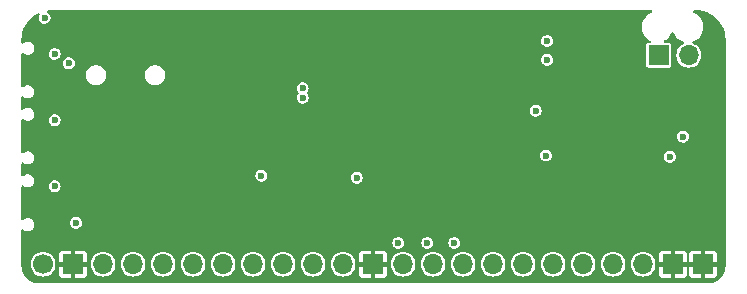
<source format=gbr>
%TF.GenerationSoftware,KiCad,Pcbnew,8.0.7*%
%TF.CreationDate,2024-12-31T00:41:55+01:00*%
%TF.ProjectId,BeDECT,42654445-4354-42e6-9b69-6361645f7063,rev?*%
%TF.SameCoordinates,Original*%
%TF.FileFunction,Copper,L3,Inr*%
%TF.FilePolarity,Positive*%
%FSLAX46Y46*%
G04 Gerber Fmt 4.6, Leading zero omitted, Abs format (unit mm)*
G04 Created by KiCad (PCBNEW 8.0.7) date 2024-12-31 00:41:55*
%MOMM*%
%LPD*%
G01*
G04 APERTURE LIST*
%TA.AperFunction,ComponentPad*%
%ADD10R,1.700000X1.700000*%
%TD*%
%TA.AperFunction,ComponentPad*%
%ADD11O,1.700000X1.700000*%
%TD*%
%TA.AperFunction,ComponentPad*%
%ADD12C,1.700000*%
%TD*%
%TA.AperFunction,ViaPad*%
%ADD13C,0.600000*%
%TD*%
G04 APERTURE END LIST*
D10*
%TO.N,Net-(C7-Pad1)*%
%TO.C,LS1*%
X171150000Y-78800000D03*
D11*
%TO.N,Net-(C6-Pad1)*%
X173690000Y-78800000D03*
%TD*%
D12*
%TO.N,+5VPI_p*%
%TO.C,J1*%
X119020000Y-96500000D03*
D10*
%TO.N,GND*%
X121560000Y-96500000D03*
D11*
%TO.N,+3V3PI*%
X124100000Y-96500000D03*
%TO.N,/Pi_SCL*%
X126640000Y-96500000D03*
%TO.N,/Pi_SDA*%
X129180000Y-96500000D03*
%TO.N,/Pi_GPIO4*%
X131720000Y-96500000D03*
%TO.N,/Pi_GPIO14*%
X134260000Y-96500000D03*
%TO.N,/Pi_GPIO15*%
X136800000Y-96500000D03*
%TO.N,/Pi_GPIO17*%
X139340000Y-96500000D03*
%TO.N,/Pi_GPIO18*%
X141880000Y-96500000D03*
%TO.N,/Pi_GPIO27*%
X144420000Y-96500000D03*
D10*
%TO.N,GND*%
X146960000Y-96500000D03*
D11*
%TO.N,/Pi_GPIO22*%
X149500000Y-96500000D03*
%TO.N,/Pi_GPIO23*%
X152040000Y-96500000D03*
%TO.N,/Pi_GPIO24*%
X154580000Y-96500000D03*
%TO.N,/Pi_GPIO10*%
X157120000Y-96500000D03*
%TO.N,/Pi_GPIO09*%
X159660000Y-96500000D03*
%TO.N,/Pi_GPIO25*%
X162200000Y-96500000D03*
%TO.N,/Pi_GPIO11*%
X164740000Y-96500000D03*
%TO.N,/Pi_GPIO08*%
X167280000Y-96500000D03*
%TO.N,/Pi_GPIO07*%
X169820000Y-96500000D03*
D10*
%TO.N,GND*%
X172360000Y-96500000D03*
X174900000Y-96500000D03*
%TD*%
D13*
%TO.N,GND*%
X170700000Y-93700000D03*
X167600000Y-93700000D03*
X169100000Y-93700000D03*
X166100000Y-93700000D03*
X164600000Y-93700000D03*
X164300000Y-81100000D03*
X162800000Y-81100000D03*
X165800000Y-84200000D03*
X165800000Y-82700000D03*
X164300000Y-82700000D03*
X164300000Y-84200000D03*
X176100000Y-85700000D03*
X176100000Y-84300000D03*
X174600000Y-84300000D03*
X172200000Y-93700000D03*
X173700000Y-92200000D03*
X173700000Y-93700000D03*
X172200000Y-92200000D03*
X157200000Y-93700000D03*
X155700000Y-93700000D03*
X158600000Y-93700000D03*
X160100000Y-92200000D03*
X160100000Y-93700000D03*
X158600000Y-92200000D03*
X163100000Y-93700000D03*
X161600000Y-93700000D03*
X161600000Y-90700000D03*
X163100000Y-90700000D03*
X163100000Y-92200000D03*
X161600000Y-92200000D03*
X123500000Y-89800000D03*
X123500000Y-88300000D03*
X129400000Y-88200000D03*
X130900000Y-88200000D03*
X125000000Y-91400000D03*
X128000000Y-91400000D03*
X126500000Y-91400000D03*
X133800000Y-85200000D03*
X132300000Y-85200000D03*
X135600000Y-86800000D03*
X134100000Y-86800000D03*
X132400000Y-86800000D03*
X129400000Y-86800000D03*
X130900000Y-86800000D03*
X128000000Y-86800000D03*
X125000000Y-86800000D03*
X125000000Y-88300000D03*
X126500000Y-88300000D03*
X128000000Y-88300000D03*
X125000000Y-89800000D03*
X126500000Y-86800000D03*
X126500000Y-89800000D03*
X128000000Y-89800000D03*
X138800000Y-84800000D03*
X137300000Y-84800000D03*
X135800000Y-84800000D03*
X138800000Y-83300000D03*
X137300000Y-83300000D03*
X135800000Y-83300000D03*
X138800000Y-81800000D03*
X137300000Y-81800000D03*
X135800000Y-81800000D03*
%TO.N,+3V3PI*%
X119150000Y-75650000D03*
X121200000Y-79475000D03*
X121800000Y-93000000D03*
%TO.N,/Pi_GPIO24*%
X120000000Y-78700000D03*
X153850000Y-94700000D03*
%TO.N,/Pi_GPIO23*%
X120000000Y-84300000D03*
X151550000Y-94700000D03*
%TO.N,/Pi_GPIO22*%
X120000000Y-89900000D03*
X149100000Y-94700000D03*
%TO.N,GND*%
X174600000Y-90600000D03*
X163300000Y-87300000D03*
%TO.N,+3V3PI*%
X172100000Y-87400000D03*
X137500000Y-89000000D03*
X145575000Y-89175000D03*
X173200000Y-85700000D03*
X160725000Y-83500000D03*
%TO.N,Net-(U1-LSRn)*%
X141000000Y-82400000D03*
X161700000Y-79200000D03*
%TO.N,Net-(U1-JTAG)*%
X161600000Y-87300000D03*
%TO.N,Net-(U1-LSRp)*%
X161700000Y-77600000D03*
X141000000Y-81599997D03*
%TD*%
%TA.AperFunction,Conductor*%
%TO.N,GND*%
G36*
X170556842Y-75019407D02*
G01*
X170592806Y-75068907D01*
X170592806Y-75130093D01*
X170556842Y-75179593D01*
X170529243Y-75193655D01*
X170525781Y-75194779D01*
X170343390Y-75287712D01*
X170343386Y-75287714D01*
X170177786Y-75408029D01*
X170033029Y-75552786D01*
X169912714Y-75718386D01*
X169912712Y-75718390D01*
X169819780Y-75900780D01*
X169756521Y-76095470D01*
X169724500Y-76297644D01*
X169724500Y-76502355D01*
X169756521Y-76704529D01*
X169819780Y-76899219D01*
X169912712Y-77081609D01*
X169912714Y-77081613D01*
X170033029Y-77247213D01*
X170033031Y-77247215D01*
X170033034Y-77247219D01*
X170177781Y-77391966D01*
X170177784Y-77391968D01*
X170177786Y-77391970D01*
X170343386Y-77512285D01*
X170343390Y-77512287D01*
X170441526Y-77562290D01*
X170484791Y-77605555D01*
X170494362Y-77665987D01*
X170466584Y-77720504D01*
X170412068Y-77748281D01*
X170396581Y-77749500D01*
X170280252Y-77749500D01*
X170280251Y-77749500D01*
X170280241Y-77749501D01*
X170221772Y-77761132D01*
X170221766Y-77761134D01*
X170155451Y-77805445D01*
X170155445Y-77805451D01*
X170111134Y-77871766D01*
X170111132Y-77871772D01*
X170099501Y-77930241D01*
X170099500Y-77930253D01*
X170099500Y-79669746D01*
X170099501Y-79669758D01*
X170111132Y-79728227D01*
X170111134Y-79728233D01*
X170155445Y-79794548D01*
X170155448Y-79794552D01*
X170221769Y-79838867D01*
X170266231Y-79847711D01*
X170280241Y-79850498D01*
X170280246Y-79850498D01*
X170280252Y-79850500D01*
X170280253Y-79850500D01*
X172019747Y-79850500D01*
X172019748Y-79850500D01*
X172078231Y-79838867D01*
X172144552Y-79794552D01*
X172188867Y-79728231D01*
X172200500Y-79669748D01*
X172200500Y-77930252D01*
X172198921Y-77922316D01*
X172197711Y-77916231D01*
X172188867Y-77871769D01*
X172144552Y-77805448D01*
X172144548Y-77805445D01*
X172078233Y-77761134D01*
X172078231Y-77761133D01*
X172078228Y-77761132D01*
X172078227Y-77761132D01*
X172019758Y-77749501D01*
X172019748Y-77749500D01*
X171653419Y-77749500D01*
X171595228Y-77730593D01*
X171559264Y-77681093D01*
X171559264Y-77619907D01*
X171595228Y-77570407D01*
X171608474Y-77562290D01*
X171628805Y-77551930D01*
X171706610Y-77512287D01*
X171726487Y-77497846D01*
X171872213Y-77391970D01*
X171872219Y-77391966D01*
X172016966Y-77247219D01*
X172137287Y-77081610D01*
X172230220Y-76899219D01*
X172230845Y-76897296D01*
X172231244Y-76896745D01*
X172231709Y-76895625D01*
X172231978Y-76895736D01*
X172266809Y-76847796D01*
X172325000Y-76828888D01*
X172383190Y-76847795D01*
X172418021Y-76895736D01*
X172418291Y-76895625D01*
X172418755Y-76896746D01*
X172419154Y-76897295D01*
X172419155Y-76897296D01*
X172419779Y-76899217D01*
X172512712Y-77081609D01*
X172512714Y-77081613D01*
X172633029Y-77247213D01*
X172633031Y-77247215D01*
X172633034Y-77247219D01*
X172777781Y-77391966D01*
X172777784Y-77391968D01*
X172777786Y-77391970D01*
X172943386Y-77512285D01*
X172943390Y-77512287D01*
X173125781Y-77605220D01*
X173259769Y-77648755D01*
X173309269Y-77684719D01*
X173328176Y-77742910D01*
X173309269Y-77801101D01*
X173275845Y-77830220D01*
X173103547Y-77922316D01*
X172943595Y-78053585D01*
X172943585Y-78053595D01*
X172812316Y-78213547D01*
X172714768Y-78396045D01*
X172654699Y-78594065D01*
X172654698Y-78594070D01*
X172634417Y-78799996D01*
X172634417Y-78800003D01*
X172654698Y-79005929D01*
X172654699Y-79005934D01*
X172714768Y-79203954D01*
X172812316Y-79386452D01*
X172884987Y-79475002D01*
X172943590Y-79546410D01*
X172943595Y-79546414D01*
X173103547Y-79677683D01*
X173103548Y-79677683D01*
X173103550Y-79677685D01*
X173286046Y-79775232D01*
X173423997Y-79817078D01*
X173484065Y-79835300D01*
X173484070Y-79835301D01*
X173689997Y-79855583D01*
X173690000Y-79855583D01*
X173690003Y-79855583D01*
X173895929Y-79835301D01*
X173895934Y-79835300D01*
X174093954Y-79775232D01*
X174276450Y-79677685D01*
X174436410Y-79546410D01*
X174567685Y-79386450D01*
X174665232Y-79203954D01*
X174725300Y-79005934D01*
X174725301Y-79005929D01*
X174745583Y-78800003D01*
X174745583Y-78799996D01*
X174725301Y-78594070D01*
X174725300Y-78594065D01*
X174707078Y-78533997D01*
X174665232Y-78396046D01*
X174567685Y-78213550D01*
X174436410Y-78053590D01*
X174436404Y-78053585D01*
X174276452Y-77922316D01*
X174252882Y-77909718D01*
X174093954Y-77824768D01*
X174061768Y-77815004D01*
X174011573Y-77780019D01*
X173991527Y-77722211D01*
X174009289Y-77663660D01*
X174058073Y-77626732D01*
X174059887Y-77626122D01*
X174124219Y-77605220D01*
X174306610Y-77512287D01*
X174326487Y-77497846D01*
X174472213Y-77391970D01*
X174472219Y-77391966D01*
X174616966Y-77247219D01*
X174737287Y-77081610D01*
X174830220Y-76899219D01*
X174893477Y-76704534D01*
X174906962Y-76619396D01*
X174925500Y-76502355D01*
X174925500Y-76297644D01*
X174893478Y-76095470D01*
X174890161Y-76085261D01*
X174830220Y-75900781D01*
X174737287Y-75718390D01*
X174737285Y-75718386D01*
X174616970Y-75552786D01*
X174616968Y-75552784D01*
X174616966Y-75552781D01*
X174472219Y-75408034D01*
X174472215Y-75408031D01*
X174472213Y-75408029D01*
X174306613Y-75287714D01*
X174306609Y-75287712D01*
X174124218Y-75194779D01*
X174120757Y-75193655D01*
X174071257Y-75157691D01*
X174052349Y-75099501D01*
X174071256Y-75041310D01*
X174120755Y-75005346D01*
X174151349Y-75000500D01*
X174313954Y-75000500D01*
X174319933Y-75000681D01*
X174612242Y-75018367D01*
X174624108Y-75019808D01*
X174909214Y-75072059D01*
X174920815Y-75074918D01*
X175197546Y-75161155D01*
X175208720Y-75165393D01*
X175473049Y-75284362D01*
X175483622Y-75289912D01*
X175627065Y-75376628D01*
X175731671Y-75439866D01*
X175741510Y-75446657D01*
X175969681Y-75625421D01*
X175978629Y-75633349D01*
X176183576Y-75838300D01*
X176191504Y-75847248D01*
X176370264Y-76075422D01*
X176377055Y-76085261D01*
X176527006Y-76333313D01*
X176532561Y-76343898D01*
X176651521Y-76608217D01*
X176655760Y-76619396D01*
X176721039Y-76828888D01*
X176741989Y-76896118D01*
X176744850Y-76907725D01*
X176797096Y-77192831D01*
X176798537Y-77204699D01*
X176816269Y-77497846D01*
X176816450Y-77503823D01*
X176816450Y-96626460D01*
X176816198Y-96633523D01*
X176801692Y-96836333D01*
X176799682Y-96850314D01*
X176757215Y-97045531D01*
X176753235Y-97059085D01*
X176683416Y-97246271D01*
X176677548Y-97259119D01*
X176581803Y-97434461D01*
X176574166Y-97446344D01*
X176454441Y-97606275D01*
X176445190Y-97616951D01*
X176303921Y-97758215D01*
X176293247Y-97767464D01*
X176133312Y-97887187D01*
X176121428Y-97894824D01*
X175946085Y-97990564D01*
X175933236Y-97996432D01*
X175746046Y-98066246D01*
X175732493Y-98070225D01*
X175537279Y-98112687D01*
X175523297Y-98114697D01*
X175319791Y-98129247D01*
X175312730Y-98129499D01*
X175257440Y-98129498D01*
X175251070Y-98129498D01*
X175251069Y-98129498D01*
X175244187Y-98129498D01*
X175244159Y-98129500D01*
X118755841Y-98129500D01*
X118755812Y-98129498D01*
X118748930Y-98129498D01*
X118742682Y-98129498D01*
X118686572Y-98129499D01*
X118679511Y-98129247D01*
X118476695Y-98114746D01*
X118462713Y-98112736D01*
X118267491Y-98070273D01*
X118253938Y-98066294D01*
X118066742Y-97996478D01*
X118053893Y-97990610D01*
X117878541Y-97894864D01*
X117866658Y-97887227D01*
X117706723Y-97767505D01*
X117696053Y-97758261D01*
X117554763Y-97616975D01*
X117545521Y-97606308D01*
X117447397Y-97475232D01*
X117425791Y-97446369D01*
X117418156Y-97434490D01*
X117322404Y-97259137D01*
X117316536Y-97246289D01*
X117316529Y-97246271D01*
X117246713Y-97059090D01*
X117242735Y-97045539D01*
X117242733Y-97045531D01*
X117200268Y-96850324D01*
X117198258Y-96836346D01*
X117183802Y-96634221D01*
X117183550Y-96627159D01*
X117183550Y-96499996D01*
X117964417Y-96499996D01*
X117964417Y-96500003D01*
X117984698Y-96705929D01*
X117984699Y-96705934D01*
X118044768Y-96903954D01*
X118142316Y-97086452D01*
X118273476Y-97246271D01*
X118273590Y-97246410D01*
X118273595Y-97246414D01*
X118433547Y-97377683D01*
X118433548Y-97377683D01*
X118433550Y-97377685D01*
X118616046Y-97475232D01*
X118753997Y-97517078D01*
X118814065Y-97535300D01*
X118814070Y-97535301D01*
X119019997Y-97555583D01*
X119020000Y-97555583D01*
X119020003Y-97555583D01*
X119225929Y-97535301D01*
X119225934Y-97535300D01*
X119268206Y-97522477D01*
X119423954Y-97475232D01*
X119606450Y-97377685D01*
X119766410Y-97246410D01*
X119897685Y-97086450D01*
X119995232Y-96903954D01*
X120055300Y-96705934D01*
X120055301Y-96705929D01*
X120075583Y-96500003D01*
X120075583Y-96499996D01*
X120055301Y-96294070D01*
X120055300Y-96294065D01*
X119996401Y-96099901D01*
X119995232Y-96096046D01*
X119897685Y-95913550D01*
X119766410Y-95753590D01*
X119766404Y-95753585D01*
X119606452Y-95622316D01*
X119574434Y-95605202D01*
X120410000Y-95605202D01*
X120410000Y-96299999D01*
X120410001Y-96300000D01*
X121098120Y-96300000D01*
X121094075Y-96307007D01*
X121060000Y-96434174D01*
X121060000Y-96565826D01*
X121094075Y-96692993D01*
X121098120Y-96700000D01*
X120410002Y-96700000D01*
X120410001Y-96700001D01*
X120410001Y-97394791D01*
X120412909Y-97419874D01*
X120458213Y-97522477D01*
X120537522Y-97601786D01*
X120640127Y-97647090D01*
X120665203Y-97649999D01*
X121359998Y-97649999D01*
X121360000Y-97649998D01*
X121360000Y-96961879D01*
X121367007Y-96965925D01*
X121494174Y-97000000D01*
X121625826Y-97000000D01*
X121752993Y-96965925D01*
X121760000Y-96961879D01*
X121760000Y-97649998D01*
X121760001Y-97649999D01*
X122454790Y-97649999D01*
X122454791Y-97649998D01*
X122479874Y-97647090D01*
X122582477Y-97601786D01*
X122661786Y-97522477D01*
X122707090Y-97419872D01*
X122709999Y-97394797D01*
X122710000Y-97394795D01*
X122710000Y-96700001D01*
X122709999Y-96700000D01*
X122021880Y-96700000D01*
X122025925Y-96692993D01*
X122060000Y-96565826D01*
X122060000Y-96499996D01*
X123044417Y-96499996D01*
X123044417Y-96500003D01*
X123064698Y-96705929D01*
X123064699Y-96705934D01*
X123124768Y-96903954D01*
X123222316Y-97086452D01*
X123353476Y-97246271D01*
X123353590Y-97246410D01*
X123353595Y-97246414D01*
X123513547Y-97377683D01*
X123513548Y-97377683D01*
X123513550Y-97377685D01*
X123696046Y-97475232D01*
X123833997Y-97517078D01*
X123894065Y-97535300D01*
X123894070Y-97535301D01*
X124099997Y-97555583D01*
X124100000Y-97555583D01*
X124100003Y-97555583D01*
X124305929Y-97535301D01*
X124305934Y-97535300D01*
X124348206Y-97522477D01*
X124503954Y-97475232D01*
X124686450Y-97377685D01*
X124846410Y-97246410D01*
X124977685Y-97086450D01*
X125075232Y-96903954D01*
X125135300Y-96705934D01*
X125135301Y-96705929D01*
X125155583Y-96500003D01*
X125155583Y-96499996D01*
X125584417Y-96499996D01*
X125584417Y-96500003D01*
X125604698Y-96705929D01*
X125604699Y-96705934D01*
X125664768Y-96903954D01*
X125762316Y-97086452D01*
X125893476Y-97246271D01*
X125893590Y-97246410D01*
X125893595Y-97246414D01*
X126053547Y-97377683D01*
X126053548Y-97377683D01*
X126053550Y-97377685D01*
X126236046Y-97475232D01*
X126373997Y-97517078D01*
X126434065Y-97535300D01*
X126434070Y-97535301D01*
X126639997Y-97555583D01*
X126640000Y-97555583D01*
X126640003Y-97555583D01*
X126845929Y-97535301D01*
X126845934Y-97535300D01*
X126888206Y-97522477D01*
X127043954Y-97475232D01*
X127226450Y-97377685D01*
X127386410Y-97246410D01*
X127517685Y-97086450D01*
X127615232Y-96903954D01*
X127675300Y-96705934D01*
X127675301Y-96705929D01*
X127695583Y-96500003D01*
X127695583Y-96499996D01*
X128124417Y-96499996D01*
X128124417Y-96500003D01*
X128144698Y-96705929D01*
X128144699Y-96705934D01*
X128204768Y-96903954D01*
X128302316Y-97086452D01*
X128433476Y-97246271D01*
X128433590Y-97246410D01*
X128433595Y-97246414D01*
X128593547Y-97377683D01*
X128593548Y-97377683D01*
X128593550Y-97377685D01*
X128776046Y-97475232D01*
X128913997Y-97517078D01*
X128974065Y-97535300D01*
X128974070Y-97535301D01*
X129179997Y-97555583D01*
X129180000Y-97555583D01*
X129180003Y-97555583D01*
X129385929Y-97535301D01*
X129385934Y-97535300D01*
X129428206Y-97522477D01*
X129583954Y-97475232D01*
X129766450Y-97377685D01*
X129926410Y-97246410D01*
X130057685Y-97086450D01*
X130155232Y-96903954D01*
X130215300Y-96705934D01*
X130215301Y-96705929D01*
X130235583Y-96500003D01*
X130235583Y-96499996D01*
X130664417Y-96499996D01*
X130664417Y-96500003D01*
X130684698Y-96705929D01*
X130684699Y-96705934D01*
X130744768Y-96903954D01*
X130842316Y-97086452D01*
X130973476Y-97246271D01*
X130973590Y-97246410D01*
X130973595Y-97246414D01*
X131133547Y-97377683D01*
X131133548Y-97377683D01*
X131133550Y-97377685D01*
X131316046Y-97475232D01*
X131453997Y-97517078D01*
X131514065Y-97535300D01*
X131514070Y-97535301D01*
X131719997Y-97555583D01*
X131720000Y-97555583D01*
X131720003Y-97555583D01*
X131925929Y-97535301D01*
X131925934Y-97535300D01*
X131968206Y-97522477D01*
X132123954Y-97475232D01*
X132306450Y-97377685D01*
X132466410Y-97246410D01*
X132597685Y-97086450D01*
X132695232Y-96903954D01*
X132755300Y-96705934D01*
X132755301Y-96705929D01*
X132775583Y-96500003D01*
X132775583Y-96499996D01*
X133204417Y-96499996D01*
X133204417Y-96500003D01*
X133224698Y-96705929D01*
X133224699Y-96705934D01*
X133284768Y-96903954D01*
X133382316Y-97086452D01*
X133513476Y-97246271D01*
X133513590Y-97246410D01*
X133513595Y-97246414D01*
X133673547Y-97377683D01*
X133673548Y-97377683D01*
X133673550Y-97377685D01*
X133856046Y-97475232D01*
X133993997Y-97517078D01*
X134054065Y-97535300D01*
X134054070Y-97535301D01*
X134259997Y-97555583D01*
X134260000Y-97555583D01*
X134260003Y-97555583D01*
X134465929Y-97535301D01*
X134465934Y-97535300D01*
X134508206Y-97522477D01*
X134663954Y-97475232D01*
X134846450Y-97377685D01*
X135006410Y-97246410D01*
X135137685Y-97086450D01*
X135235232Y-96903954D01*
X135295300Y-96705934D01*
X135295301Y-96705929D01*
X135315583Y-96500003D01*
X135315583Y-96499996D01*
X135744417Y-96499996D01*
X135744417Y-96500003D01*
X135764698Y-96705929D01*
X135764699Y-96705934D01*
X135824768Y-96903954D01*
X135922316Y-97086452D01*
X136053476Y-97246271D01*
X136053590Y-97246410D01*
X136053595Y-97246414D01*
X136213547Y-97377683D01*
X136213548Y-97377683D01*
X136213550Y-97377685D01*
X136396046Y-97475232D01*
X136533997Y-97517078D01*
X136594065Y-97535300D01*
X136594070Y-97535301D01*
X136799997Y-97555583D01*
X136800000Y-97555583D01*
X136800003Y-97555583D01*
X137005929Y-97535301D01*
X137005934Y-97535300D01*
X137048206Y-97522477D01*
X137203954Y-97475232D01*
X137386450Y-97377685D01*
X137546410Y-97246410D01*
X137677685Y-97086450D01*
X137775232Y-96903954D01*
X137835300Y-96705934D01*
X137835301Y-96705929D01*
X137855583Y-96500003D01*
X137855583Y-96499996D01*
X138284417Y-96499996D01*
X138284417Y-96500003D01*
X138304698Y-96705929D01*
X138304699Y-96705934D01*
X138364768Y-96903954D01*
X138462316Y-97086452D01*
X138593476Y-97246271D01*
X138593590Y-97246410D01*
X138593595Y-97246414D01*
X138753547Y-97377683D01*
X138753548Y-97377683D01*
X138753550Y-97377685D01*
X138936046Y-97475232D01*
X139073997Y-97517078D01*
X139134065Y-97535300D01*
X139134070Y-97535301D01*
X139339997Y-97555583D01*
X139340000Y-97555583D01*
X139340003Y-97555583D01*
X139545929Y-97535301D01*
X139545934Y-97535300D01*
X139588206Y-97522477D01*
X139743954Y-97475232D01*
X139926450Y-97377685D01*
X140086410Y-97246410D01*
X140217685Y-97086450D01*
X140315232Y-96903954D01*
X140375300Y-96705934D01*
X140375301Y-96705929D01*
X140395583Y-96500003D01*
X140395583Y-96499996D01*
X140824417Y-96499996D01*
X140824417Y-96500003D01*
X140844698Y-96705929D01*
X140844699Y-96705934D01*
X140904768Y-96903954D01*
X141002316Y-97086452D01*
X141133476Y-97246271D01*
X141133590Y-97246410D01*
X141133595Y-97246414D01*
X141293547Y-97377683D01*
X141293548Y-97377683D01*
X141293550Y-97377685D01*
X141476046Y-97475232D01*
X141613997Y-97517078D01*
X141674065Y-97535300D01*
X141674070Y-97535301D01*
X141879997Y-97555583D01*
X141880000Y-97555583D01*
X141880003Y-97555583D01*
X142085929Y-97535301D01*
X142085934Y-97535300D01*
X142128206Y-97522477D01*
X142283954Y-97475232D01*
X142466450Y-97377685D01*
X142626410Y-97246410D01*
X142757685Y-97086450D01*
X142855232Y-96903954D01*
X142915300Y-96705934D01*
X142915301Y-96705929D01*
X142935583Y-96500003D01*
X142935583Y-96499996D01*
X143364417Y-96499996D01*
X143364417Y-96500003D01*
X143384698Y-96705929D01*
X143384699Y-96705934D01*
X143444768Y-96903954D01*
X143542316Y-97086452D01*
X143673476Y-97246271D01*
X143673590Y-97246410D01*
X143673595Y-97246414D01*
X143833547Y-97377683D01*
X143833548Y-97377683D01*
X143833550Y-97377685D01*
X144016046Y-97475232D01*
X144153997Y-97517078D01*
X144214065Y-97535300D01*
X144214070Y-97535301D01*
X144419997Y-97555583D01*
X144420000Y-97555583D01*
X144420003Y-97555583D01*
X144625929Y-97535301D01*
X144625934Y-97535300D01*
X144668206Y-97522477D01*
X144823954Y-97475232D01*
X145006450Y-97377685D01*
X145166410Y-97246410D01*
X145297685Y-97086450D01*
X145395232Y-96903954D01*
X145455300Y-96705934D01*
X145455301Y-96705929D01*
X145475583Y-96500003D01*
X145475583Y-96499996D01*
X145455301Y-96294070D01*
X145455300Y-96294065D01*
X145396401Y-96099901D01*
X145395232Y-96096046D01*
X145297685Y-95913550D01*
X145166410Y-95753590D01*
X145166404Y-95753585D01*
X145006452Y-95622316D01*
X144974434Y-95605202D01*
X145810000Y-95605202D01*
X145810000Y-96299999D01*
X145810001Y-96300000D01*
X146498120Y-96300000D01*
X146494075Y-96307007D01*
X146460000Y-96434174D01*
X146460000Y-96565826D01*
X146494075Y-96692993D01*
X146498120Y-96700000D01*
X145810002Y-96700000D01*
X145810001Y-96700001D01*
X145810001Y-97394791D01*
X145812909Y-97419874D01*
X145858213Y-97522477D01*
X145937522Y-97601786D01*
X146040127Y-97647090D01*
X146065203Y-97649999D01*
X146759998Y-97649999D01*
X146760000Y-97649998D01*
X146760000Y-96961879D01*
X146767007Y-96965925D01*
X146894174Y-97000000D01*
X147025826Y-97000000D01*
X147152993Y-96965925D01*
X147160000Y-96961879D01*
X147160000Y-97649998D01*
X147160001Y-97649999D01*
X147854790Y-97649999D01*
X147854791Y-97649998D01*
X147879874Y-97647090D01*
X147982477Y-97601786D01*
X148061786Y-97522477D01*
X148107090Y-97419872D01*
X148109999Y-97394797D01*
X148110000Y-97394795D01*
X148110000Y-96700001D01*
X148109999Y-96700000D01*
X147421880Y-96700000D01*
X147425925Y-96692993D01*
X147460000Y-96565826D01*
X147460000Y-96499996D01*
X148444417Y-96499996D01*
X148444417Y-96500003D01*
X148464698Y-96705929D01*
X148464699Y-96705934D01*
X148524768Y-96903954D01*
X148622316Y-97086452D01*
X148753476Y-97246271D01*
X148753590Y-97246410D01*
X148753595Y-97246414D01*
X148913547Y-97377683D01*
X148913548Y-97377683D01*
X148913550Y-97377685D01*
X149096046Y-97475232D01*
X149233997Y-97517078D01*
X149294065Y-97535300D01*
X149294070Y-97535301D01*
X149499997Y-97555583D01*
X149500000Y-97555583D01*
X149500003Y-97555583D01*
X149705929Y-97535301D01*
X149705934Y-97535300D01*
X149748206Y-97522477D01*
X149903954Y-97475232D01*
X150086450Y-97377685D01*
X150246410Y-97246410D01*
X150377685Y-97086450D01*
X150475232Y-96903954D01*
X150535300Y-96705934D01*
X150535301Y-96705929D01*
X150555583Y-96500003D01*
X150555583Y-96499996D01*
X150984417Y-96499996D01*
X150984417Y-96500003D01*
X151004698Y-96705929D01*
X151004699Y-96705934D01*
X151064768Y-96903954D01*
X151162316Y-97086452D01*
X151293476Y-97246271D01*
X151293590Y-97246410D01*
X151293595Y-97246414D01*
X151453547Y-97377683D01*
X151453548Y-97377683D01*
X151453550Y-97377685D01*
X151636046Y-97475232D01*
X151773997Y-97517078D01*
X151834065Y-97535300D01*
X151834070Y-97535301D01*
X152039997Y-97555583D01*
X152040000Y-97555583D01*
X152040003Y-97555583D01*
X152245929Y-97535301D01*
X152245934Y-97535300D01*
X152288206Y-97522477D01*
X152443954Y-97475232D01*
X152626450Y-97377685D01*
X152786410Y-97246410D01*
X152917685Y-97086450D01*
X153015232Y-96903954D01*
X153075300Y-96705934D01*
X153075301Y-96705929D01*
X153095583Y-96500003D01*
X153095583Y-96499996D01*
X153524417Y-96499996D01*
X153524417Y-96500003D01*
X153544698Y-96705929D01*
X153544699Y-96705934D01*
X153604768Y-96903954D01*
X153702316Y-97086452D01*
X153833476Y-97246271D01*
X153833590Y-97246410D01*
X153833595Y-97246414D01*
X153993547Y-97377683D01*
X153993548Y-97377683D01*
X153993550Y-97377685D01*
X154176046Y-97475232D01*
X154313997Y-97517078D01*
X154374065Y-97535300D01*
X154374070Y-97535301D01*
X154579997Y-97555583D01*
X154580000Y-97555583D01*
X154580003Y-97555583D01*
X154785929Y-97535301D01*
X154785934Y-97535300D01*
X154828206Y-97522477D01*
X154983954Y-97475232D01*
X155166450Y-97377685D01*
X155326410Y-97246410D01*
X155457685Y-97086450D01*
X155555232Y-96903954D01*
X155615300Y-96705934D01*
X155615301Y-96705929D01*
X155635583Y-96500003D01*
X155635583Y-96499996D01*
X156064417Y-96499996D01*
X156064417Y-96500003D01*
X156084698Y-96705929D01*
X156084699Y-96705934D01*
X156144768Y-96903954D01*
X156242316Y-97086452D01*
X156373476Y-97246271D01*
X156373590Y-97246410D01*
X156373595Y-97246414D01*
X156533547Y-97377683D01*
X156533548Y-97377683D01*
X156533550Y-97377685D01*
X156716046Y-97475232D01*
X156853997Y-97517078D01*
X156914065Y-97535300D01*
X156914070Y-97535301D01*
X157119997Y-97555583D01*
X157120000Y-97555583D01*
X157120003Y-97555583D01*
X157325929Y-97535301D01*
X157325934Y-97535300D01*
X157368206Y-97522477D01*
X157523954Y-97475232D01*
X157706450Y-97377685D01*
X157866410Y-97246410D01*
X157997685Y-97086450D01*
X158095232Y-96903954D01*
X158155300Y-96705934D01*
X158155301Y-96705929D01*
X158175583Y-96500003D01*
X158175583Y-96499996D01*
X158604417Y-96499996D01*
X158604417Y-96500003D01*
X158624698Y-96705929D01*
X158624699Y-96705934D01*
X158684768Y-96903954D01*
X158782316Y-97086452D01*
X158913476Y-97246271D01*
X158913590Y-97246410D01*
X158913595Y-97246414D01*
X159073547Y-97377683D01*
X159073548Y-97377683D01*
X159073550Y-97377685D01*
X159256046Y-97475232D01*
X159393997Y-97517078D01*
X159454065Y-97535300D01*
X159454070Y-97535301D01*
X159659997Y-97555583D01*
X159660000Y-97555583D01*
X159660003Y-97555583D01*
X159865929Y-97535301D01*
X159865934Y-97535300D01*
X159908206Y-97522477D01*
X160063954Y-97475232D01*
X160246450Y-97377685D01*
X160406410Y-97246410D01*
X160537685Y-97086450D01*
X160635232Y-96903954D01*
X160695300Y-96705934D01*
X160695301Y-96705929D01*
X160715583Y-96500003D01*
X160715583Y-96499996D01*
X161144417Y-96499996D01*
X161144417Y-96500003D01*
X161164698Y-96705929D01*
X161164699Y-96705934D01*
X161224768Y-96903954D01*
X161322316Y-97086452D01*
X161453476Y-97246271D01*
X161453590Y-97246410D01*
X161453595Y-97246414D01*
X161613547Y-97377683D01*
X161613548Y-97377683D01*
X161613550Y-97377685D01*
X161796046Y-97475232D01*
X161933997Y-97517078D01*
X161994065Y-97535300D01*
X161994070Y-97535301D01*
X162199997Y-97555583D01*
X162200000Y-97555583D01*
X162200003Y-97555583D01*
X162405929Y-97535301D01*
X162405934Y-97535300D01*
X162448206Y-97522477D01*
X162603954Y-97475232D01*
X162786450Y-97377685D01*
X162946410Y-97246410D01*
X163077685Y-97086450D01*
X163175232Y-96903954D01*
X163235300Y-96705934D01*
X163235301Y-96705929D01*
X163255583Y-96500003D01*
X163255583Y-96499996D01*
X163684417Y-96499996D01*
X163684417Y-96500003D01*
X163704698Y-96705929D01*
X163704699Y-96705934D01*
X163764768Y-96903954D01*
X163862316Y-97086452D01*
X163993476Y-97246271D01*
X163993590Y-97246410D01*
X163993595Y-97246414D01*
X164153547Y-97377683D01*
X164153548Y-97377683D01*
X164153550Y-97377685D01*
X164336046Y-97475232D01*
X164473997Y-97517078D01*
X164534065Y-97535300D01*
X164534070Y-97535301D01*
X164739997Y-97555583D01*
X164740000Y-97555583D01*
X164740003Y-97555583D01*
X164945929Y-97535301D01*
X164945934Y-97535300D01*
X164988206Y-97522477D01*
X165143954Y-97475232D01*
X165326450Y-97377685D01*
X165486410Y-97246410D01*
X165617685Y-97086450D01*
X165715232Y-96903954D01*
X165775300Y-96705934D01*
X165775301Y-96705929D01*
X165795583Y-96500003D01*
X165795583Y-96499996D01*
X166224417Y-96499996D01*
X166224417Y-96500003D01*
X166244698Y-96705929D01*
X166244699Y-96705934D01*
X166304768Y-96903954D01*
X166402316Y-97086452D01*
X166533476Y-97246271D01*
X166533590Y-97246410D01*
X166533595Y-97246414D01*
X166693547Y-97377683D01*
X166693548Y-97377683D01*
X166693550Y-97377685D01*
X166876046Y-97475232D01*
X167013997Y-97517078D01*
X167074065Y-97535300D01*
X167074070Y-97535301D01*
X167279997Y-97555583D01*
X167280000Y-97555583D01*
X167280003Y-97555583D01*
X167485929Y-97535301D01*
X167485934Y-97535300D01*
X167528206Y-97522477D01*
X167683954Y-97475232D01*
X167866450Y-97377685D01*
X168026410Y-97246410D01*
X168157685Y-97086450D01*
X168255232Y-96903954D01*
X168315300Y-96705934D01*
X168315301Y-96705929D01*
X168335583Y-96500003D01*
X168335583Y-96499996D01*
X168764417Y-96499996D01*
X168764417Y-96500003D01*
X168784698Y-96705929D01*
X168784699Y-96705934D01*
X168844768Y-96903954D01*
X168942316Y-97086452D01*
X169073476Y-97246271D01*
X169073590Y-97246410D01*
X169073595Y-97246414D01*
X169233547Y-97377683D01*
X169233548Y-97377683D01*
X169233550Y-97377685D01*
X169416046Y-97475232D01*
X169553997Y-97517078D01*
X169614065Y-97535300D01*
X169614070Y-97535301D01*
X169819997Y-97555583D01*
X169820000Y-97555583D01*
X169820003Y-97555583D01*
X170025929Y-97535301D01*
X170025934Y-97535300D01*
X170068206Y-97522477D01*
X170223954Y-97475232D01*
X170406450Y-97377685D01*
X170566410Y-97246410D01*
X170697685Y-97086450D01*
X170795232Y-96903954D01*
X170855300Y-96705934D01*
X170855301Y-96705929D01*
X170875583Y-96500003D01*
X170875583Y-96499996D01*
X170855301Y-96294070D01*
X170855300Y-96294065D01*
X170796401Y-96099901D01*
X170795232Y-96096046D01*
X170697685Y-95913550D01*
X170566410Y-95753590D01*
X170566404Y-95753585D01*
X170406452Y-95622316D01*
X170374434Y-95605202D01*
X171210000Y-95605202D01*
X171210000Y-96299999D01*
X171210001Y-96300000D01*
X171898120Y-96300000D01*
X171894075Y-96307007D01*
X171860000Y-96434174D01*
X171860000Y-96565826D01*
X171894075Y-96692993D01*
X171898120Y-96700000D01*
X171210002Y-96700000D01*
X171210001Y-96700001D01*
X171210001Y-97394791D01*
X171212909Y-97419874D01*
X171258213Y-97522477D01*
X171337522Y-97601786D01*
X171440127Y-97647090D01*
X171465203Y-97649999D01*
X172159998Y-97649999D01*
X172160000Y-97649998D01*
X172160000Y-96961879D01*
X172167007Y-96965925D01*
X172294174Y-97000000D01*
X172425826Y-97000000D01*
X172552993Y-96965925D01*
X172560000Y-96961879D01*
X172560000Y-97649998D01*
X172560001Y-97649999D01*
X173254790Y-97649999D01*
X173254791Y-97649998D01*
X173279874Y-97647090D01*
X173382477Y-97601786D01*
X173461786Y-97522477D01*
X173507090Y-97419872D01*
X173509999Y-97394797D01*
X173510000Y-97394795D01*
X173510000Y-96700001D01*
X173509999Y-96700000D01*
X172821880Y-96700000D01*
X172825925Y-96692993D01*
X172860000Y-96565826D01*
X172860000Y-96434174D01*
X172825925Y-96307007D01*
X172821880Y-96300000D01*
X173509998Y-96300000D01*
X173509999Y-96299999D01*
X173509999Y-95605210D01*
X173509998Y-95605208D01*
X173509997Y-95605202D01*
X173750000Y-95605202D01*
X173750000Y-96299999D01*
X173750001Y-96300000D01*
X174438120Y-96300000D01*
X174434075Y-96307007D01*
X174400000Y-96434174D01*
X174400000Y-96565826D01*
X174434075Y-96692993D01*
X174438120Y-96700000D01*
X173750002Y-96700000D01*
X173750001Y-96700001D01*
X173750001Y-97394791D01*
X173752909Y-97419874D01*
X173798213Y-97522477D01*
X173877522Y-97601786D01*
X173980127Y-97647090D01*
X174005203Y-97649999D01*
X174699998Y-97649999D01*
X174700000Y-97649998D01*
X174700000Y-96961879D01*
X174707007Y-96965925D01*
X174834174Y-97000000D01*
X174965826Y-97000000D01*
X175092993Y-96965925D01*
X175100000Y-96961879D01*
X175100000Y-97649998D01*
X175100001Y-97649999D01*
X175794790Y-97649999D01*
X175794791Y-97649998D01*
X175819874Y-97647090D01*
X175922477Y-97601786D01*
X176001786Y-97522477D01*
X176047090Y-97419872D01*
X176049999Y-97394797D01*
X176050000Y-97394795D01*
X176050000Y-96700001D01*
X176049999Y-96700000D01*
X175361880Y-96700000D01*
X175365925Y-96692993D01*
X175400000Y-96565826D01*
X175400000Y-96434174D01*
X175365925Y-96307007D01*
X175361880Y-96300000D01*
X176049998Y-96300000D01*
X176049999Y-96299999D01*
X176049999Y-95605210D01*
X176049998Y-95605208D01*
X176047090Y-95580125D01*
X176001786Y-95477522D01*
X175922477Y-95398213D01*
X175819872Y-95352909D01*
X175794797Y-95350000D01*
X175100001Y-95350000D01*
X175100000Y-95350001D01*
X175100000Y-96038120D01*
X175092993Y-96034075D01*
X174965826Y-96000000D01*
X174834174Y-96000000D01*
X174707007Y-96034075D01*
X174700000Y-96038120D01*
X174700000Y-95350001D01*
X174699999Y-95350000D01*
X174005210Y-95350000D01*
X174005207Y-95350001D01*
X173980125Y-95352909D01*
X173877522Y-95398213D01*
X173798213Y-95477522D01*
X173752909Y-95580127D01*
X173750000Y-95605202D01*
X173509997Y-95605202D01*
X173507090Y-95580125D01*
X173461786Y-95477522D01*
X173382477Y-95398213D01*
X173279872Y-95352909D01*
X173254797Y-95350000D01*
X172560001Y-95350000D01*
X172560000Y-95350001D01*
X172560000Y-96038120D01*
X172552993Y-96034075D01*
X172425826Y-96000000D01*
X172294174Y-96000000D01*
X172167007Y-96034075D01*
X172160000Y-96038120D01*
X172160000Y-95350001D01*
X172159999Y-95350000D01*
X171465210Y-95350000D01*
X171465207Y-95350001D01*
X171440125Y-95352909D01*
X171337522Y-95398213D01*
X171258213Y-95477522D01*
X171212909Y-95580127D01*
X171210000Y-95605202D01*
X170374434Y-95605202D01*
X170223954Y-95524768D01*
X170025934Y-95464699D01*
X170025929Y-95464698D01*
X169820003Y-95444417D01*
X169819997Y-95444417D01*
X169614070Y-95464698D01*
X169614065Y-95464699D01*
X169416045Y-95524768D01*
X169233547Y-95622316D01*
X169073595Y-95753585D01*
X169073585Y-95753595D01*
X168942316Y-95913547D01*
X168844768Y-96096045D01*
X168784699Y-96294065D01*
X168784698Y-96294070D01*
X168764417Y-96499996D01*
X168335583Y-96499996D01*
X168315301Y-96294070D01*
X168315300Y-96294065D01*
X168256401Y-96099901D01*
X168255232Y-96096046D01*
X168157685Y-95913550D01*
X168026410Y-95753590D01*
X168026404Y-95753585D01*
X167866452Y-95622316D01*
X167683954Y-95524768D01*
X167485934Y-95464699D01*
X167485929Y-95464698D01*
X167280003Y-95444417D01*
X167279997Y-95444417D01*
X167074070Y-95464698D01*
X167074065Y-95464699D01*
X166876045Y-95524768D01*
X166693547Y-95622316D01*
X166533595Y-95753585D01*
X166533585Y-95753595D01*
X166402316Y-95913547D01*
X166304768Y-96096045D01*
X166244699Y-96294065D01*
X166244698Y-96294070D01*
X166224417Y-96499996D01*
X165795583Y-96499996D01*
X165775301Y-96294070D01*
X165775300Y-96294065D01*
X165716401Y-96099901D01*
X165715232Y-96096046D01*
X165617685Y-95913550D01*
X165486410Y-95753590D01*
X165486404Y-95753585D01*
X165326452Y-95622316D01*
X165143954Y-95524768D01*
X164945934Y-95464699D01*
X164945929Y-95464698D01*
X164740003Y-95444417D01*
X164739997Y-95444417D01*
X164534070Y-95464698D01*
X164534065Y-95464699D01*
X164336045Y-95524768D01*
X164153547Y-95622316D01*
X163993595Y-95753585D01*
X163993585Y-95753595D01*
X163862316Y-95913547D01*
X163764768Y-96096045D01*
X163704699Y-96294065D01*
X163704698Y-96294070D01*
X163684417Y-96499996D01*
X163255583Y-96499996D01*
X163235301Y-96294070D01*
X163235300Y-96294065D01*
X163176401Y-96099901D01*
X163175232Y-96096046D01*
X163077685Y-95913550D01*
X162946410Y-95753590D01*
X162946404Y-95753585D01*
X162786452Y-95622316D01*
X162603954Y-95524768D01*
X162405934Y-95464699D01*
X162405929Y-95464698D01*
X162200003Y-95444417D01*
X162199997Y-95444417D01*
X161994070Y-95464698D01*
X161994065Y-95464699D01*
X161796045Y-95524768D01*
X161613547Y-95622316D01*
X161453595Y-95753585D01*
X161453585Y-95753595D01*
X161322316Y-95913547D01*
X161224768Y-96096045D01*
X161164699Y-96294065D01*
X161164698Y-96294070D01*
X161144417Y-96499996D01*
X160715583Y-96499996D01*
X160695301Y-96294070D01*
X160695300Y-96294065D01*
X160636401Y-96099901D01*
X160635232Y-96096046D01*
X160537685Y-95913550D01*
X160406410Y-95753590D01*
X160406404Y-95753585D01*
X160246452Y-95622316D01*
X160063954Y-95524768D01*
X159865934Y-95464699D01*
X159865929Y-95464698D01*
X159660003Y-95444417D01*
X159659997Y-95444417D01*
X159454070Y-95464698D01*
X159454065Y-95464699D01*
X159256045Y-95524768D01*
X159073547Y-95622316D01*
X158913595Y-95753585D01*
X158913585Y-95753595D01*
X158782316Y-95913547D01*
X158684768Y-96096045D01*
X158624699Y-96294065D01*
X158624698Y-96294070D01*
X158604417Y-96499996D01*
X158175583Y-96499996D01*
X158155301Y-96294070D01*
X158155300Y-96294065D01*
X158096401Y-96099901D01*
X158095232Y-96096046D01*
X157997685Y-95913550D01*
X157866410Y-95753590D01*
X157866404Y-95753585D01*
X157706452Y-95622316D01*
X157523954Y-95524768D01*
X157325934Y-95464699D01*
X157325929Y-95464698D01*
X157120003Y-95444417D01*
X157119997Y-95444417D01*
X156914070Y-95464698D01*
X156914065Y-95464699D01*
X156716045Y-95524768D01*
X156533547Y-95622316D01*
X156373595Y-95753585D01*
X156373585Y-95753595D01*
X156242316Y-95913547D01*
X156144768Y-96096045D01*
X156084699Y-96294065D01*
X156084698Y-96294070D01*
X156064417Y-96499996D01*
X155635583Y-96499996D01*
X155615301Y-96294070D01*
X155615300Y-96294065D01*
X155556401Y-96099901D01*
X155555232Y-96096046D01*
X155457685Y-95913550D01*
X155326410Y-95753590D01*
X155326404Y-95753585D01*
X155166452Y-95622316D01*
X154983954Y-95524768D01*
X154785934Y-95464699D01*
X154785929Y-95464698D01*
X154580003Y-95444417D01*
X154579997Y-95444417D01*
X154374070Y-95464698D01*
X154374065Y-95464699D01*
X154176045Y-95524768D01*
X153993547Y-95622316D01*
X153833595Y-95753585D01*
X153833585Y-95753595D01*
X153702316Y-95913547D01*
X153604768Y-96096045D01*
X153544699Y-96294065D01*
X153544698Y-96294070D01*
X153524417Y-96499996D01*
X153095583Y-96499996D01*
X153075301Y-96294070D01*
X153075300Y-96294065D01*
X153016401Y-96099901D01*
X153015232Y-96096046D01*
X152917685Y-95913550D01*
X152786410Y-95753590D01*
X152786404Y-95753585D01*
X152626452Y-95622316D01*
X152443954Y-95524768D01*
X152245934Y-95464699D01*
X152245929Y-95464698D01*
X152040003Y-95444417D01*
X152039997Y-95444417D01*
X151834070Y-95464698D01*
X151834065Y-95464699D01*
X151636045Y-95524768D01*
X151453547Y-95622316D01*
X151293595Y-95753585D01*
X151293585Y-95753595D01*
X151162316Y-95913547D01*
X151064768Y-96096045D01*
X151004699Y-96294065D01*
X151004698Y-96294070D01*
X150984417Y-96499996D01*
X150555583Y-96499996D01*
X150535301Y-96294070D01*
X150535300Y-96294065D01*
X150476401Y-96099901D01*
X150475232Y-96096046D01*
X150377685Y-95913550D01*
X150246410Y-95753590D01*
X150246404Y-95753585D01*
X150086452Y-95622316D01*
X149903954Y-95524768D01*
X149705934Y-95464699D01*
X149705929Y-95464698D01*
X149500003Y-95444417D01*
X149499997Y-95444417D01*
X149294070Y-95464698D01*
X149294065Y-95464699D01*
X149096045Y-95524768D01*
X148913547Y-95622316D01*
X148753595Y-95753585D01*
X148753585Y-95753595D01*
X148622316Y-95913547D01*
X148524768Y-96096045D01*
X148464699Y-96294065D01*
X148464698Y-96294070D01*
X148444417Y-96499996D01*
X147460000Y-96499996D01*
X147460000Y-96434174D01*
X147425925Y-96307007D01*
X147421880Y-96300000D01*
X148109998Y-96300000D01*
X148109999Y-96299999D01*
X148109999Y-95605210D01*
X148109998Y-95605208D01*
X148107090Y-95580125D01*
X148061786Y-95477522D01*
X147982477Y-95398213D01*
X147879872Y-95352909D01*
X147854797Y-95350000D01*
X147160001Y-95350000D01*
X147160000Y-95350001D01*
X147160000Y-96038120D01*
X147152993Y-96034075D01*
X147025826Y-96000000D01*
X146894174Y-96000000D01*
X146767007Y-96034075D01*
X146760000Y-96038120D01*
X146760000Y-95350001D01*
X146759999Y-95350000D01*
X146065210Y-95350000D01*
X146065207Y-95350001D01*
X146040125Y-95352909D01*
X145937522Y-95398213D01*
X145858213Y-95477522D01*
X145812909Y-95580127D01*
X145810000Y-95605202D01*
X144974434Y-95605202D01*
X144823954Y-95524768D01*
X144625934Y-95464699D01*
X144625929Y-95464698D01*
X144420003Y-95444417D01*
X144419997Y-95444417D01*
X144214070Y-95464698D01*
X144214065Y-95464699D01*
X144016045Y-95524768D01*
X143833547Y-95622316D01*
X143673595Y-95753585D01*
X143673585Y-95753595D01*
X143542316Y-95913547D01*
X143444768Y-96096045D01*
X143384699Y-96294065D01*
X143384698Y-96294070D01*
X143364417Y-96499996D01*
X142935583Y-96499996D01*
X142915301Y-96294070D01*
X142915300Y-96294065D01*
X142856401Y-96099901D01*
X142855232Y-96096046D01*
X142757685Y-95913550D01*
X142626410Y-95753590D01*
X142626404Y-95753585D01*
X142466452Y-95622316D01*
X142283954Y-95524768D01*
X142085934Y-95464699D01*
X142085929Y-95464698D01*
X141880003Y-95444417D01*
X141879997Y-95444417D01*
X141674070Y-95464698D01*
X141674065Y-95464699D01*
X141476045Y-95524768D01*
X141293547Y-95622316D01*
X141133595Y-95753585D01*
X141133585Y-95753595D01*
X141002316Y-95913547D01*
X140904768Y-96096045D01*
X140844699Y-96294065D01*
X140844698Y-96294070D01*
X140824417Y-96499996D01*
X140395583Y-96499996D01*
X140375301Y-96294070D01*
X140375300Y-96294065D01*
X140316401Y-96099901D01*
X140315232Y-96096046D01*
X140217685Y-95913550D01*
X140086410Y-95753590D01*
X140086404Y-95753585D01*
X139926452Y-95622316D01*
X139743954Y-95524768D01*
X139545934Y-95464699D01*
X139545929Y-95464698D01*
X139340003Y-95444417D01*
X139339997Y-95444417D01*
X139134070Y-95464698D01*
X139134065Y-95464699D01*
X138936045Y-95524768D01*
X138753547Y-95622316D01*
X138593595Y-95753585D01*
X138593585Y-95753595D01*
X138462316Y-95913547D01*
X138364768Y-96096045D01*
X138304699Y-96294065D01*
X138304698Y-96294070D01*
X138284417Y-96499996D01*
X137855583Y-96499996D01*
X137835301Y-96294070D01*
X137835300Y-96294065D01*
X137776401Y-96099901D01*
X137775232Y-96096046D01*
X137677685Y-95913550D01*
X137546410Y-95753590D01*
X137546404Y-95753585D01*
X137386452Y-95622316D01*
X137203954Y-95524768D01*
X137005934Y-95464699D01*
X137005929Y-95464698D01*
X136800003Y-95444417D01*
X136799997Y-95444417D01*
X136594070Y-95464698D01*
X136594065Y-95464699D01*
X136396045Y-95524768D01*
X136213547Y-95622316D01*
X136053595Y-95753585D01*
X136053585Y-95753595D01*
X135922316Y-95913547D01*
X135824768Y-96096045D01*
X135764699Y-96294065D01*
X135764698Y-96294070D01*
X135744417Y-96499996D01*
X135315583Y-96499996D01*
X135295301Y-96294070D01*
X135295300Y-96294065D01*
X135236401Y-96099901D01*
X135235232Y-96096046D01*
X135137685Y-95913550D01*
X135006410Y-95753590D01*
X135006404Y-95753585D01*
X134846452Y-95622316D01*
X134663954Y-95524768D01*
X134465934Y-95464699D01*
X134465929Y-95464698D01*
X134260003Y-95444417D01*
X134259997Y-95444417D01*
X134054070Y-95464698D01*
X134054065Y-95464699D01*
X133856045Y-95524768D01*
X133673547Y-95622316D01*
X133513595Y-95753585D01*
X133513585Y-95753595D01*
X133382316Y-95913547D01*
X133284768Y-96096045D01*
X133224699Y-96294065D01*
X133224698Y-96294070D01*
X133204417Y-96499996D01*
X132775583Y-96499996D01*
X132755301Y-96294070D01*
X132755300Y-96294065D01*
X132696401Y-96099901D01*
X132695232Y-96096046D01*
X132597685Y-95913550D01*
X132466410Y-95753590D01*
X132466404Y-95753585D01*
X132306452Y-95622316D01*
X132123954Y-95524768D01*
X131925934Y-95464699D01*
X131925929Y-95464698D01*
X131720003Y-95444417D01*
X131719997Y-95444417D01*
X131514070Y-95464698D01*
X131514065Y-95464699D01*
X131316045Y-95524768D01*
X131133547Y-95622316D01*
X130973595Y-95753585D01*
X130973585Y-95753595D01*
X130842316Y-95913547D01*
X130744768Y-96096045D01*
X130684699Y-96294065D01*
X130684698Y-96294070D01*
X130664417Y-96499996D01*
X130235583Y-96499996D01*
X130215301Y-96294070D01*
X130215300Y-96294065D01*
X130156401Y-96099901D01*
X130155232Y-96096046D01*
X130057685Y-95913550D01*
X129926410Y-95753590D01*
X129926404Y-95753585D01*
X129766452Y-95622316D01*
X129583954Y-95524768D01*
X129385934Y-95464699D01*
X129385929Y-95464698D01*
X129180003Y-95444417D01*
X129179997Y-95444417D01*
X128974070Y-95464698D01*
X128974065Y-95464699D01*
X128776045Y-95524768D01*
X128593547Y-95622316D01*
X128433595Y-95753585D01*
X128433585Y-95753595D01*
X128302316Y-95913547D01*
X128204768Y-96096045D01*
X128144699Y-96294065D01*
X128144698Y-96294070D01*
X128124417Y-96499996D01*
X127695583Y-96499996D01*
X127675301Y-96294070D01*
X127675300Y-96294065D01*
X127616401Y-96099901D01*
X127615232Y-96096046D01*
X127517685Y-95913550D01*
X127386410Y-95753590D01*
X127386404Y-95753585D01*
X127226452Y-95622316D01*
X127043954Y-95524768D01*
X126845934Y-95464699D01*
X126845929Y-95464698D01*
X126640003Y-95444417D01*
X126639997Y-95444417D01*
X126434070Y-95464698D01*
X126434065Y-95464699D01*
X126236045Y-95524768D01*
X126053547Y-95622316D01*
X125893595Y-95753585D01*
X125893585Y-95753595D01*
X125762316Y-95913547D01*
X125664768Y-96096045D01*
X125604699Y-96294065D01*
X125604698Y-96294070D01*
X125584417Y-96499996D01*
X125155583Y-96499996D01*
X125135301Y-96294070D01*
X125135300Y-96294065D01*
X125076401Y-96099901D01*
X125075232Y-96096046D01*
X124977685Y-95913550D01*
X124846410Y-95753590D01*
X124846404Y-95753585D01*
X124686452Y-95622316D01*
X124503954Y-95524768D01*
X124305934Y-95464699D01*
X124305929Y-95464698D01*
X124100003Y-95444417D01*
X124099997Y-95444417D01*
X123894070Y-95464698D01*
X123894065Y-95464699D01*
X123696045Y-95524768D01*
X123513547Y-95622316D01*
X123353595Y-95753585D01*
X123353585Y-95753595D01*
X123222316Y-95913547D01*
X123124768Y-96096045D01*
X123064699Y-96294065D01*
X123064698Y-96294070D01*
X123044417Y-96499996D01*
X122060000Y-96499996D01*
X122060000Y-96434174D01*
X122025925Y-96307007D01*
X122021880Y-96300000D01*
X122709998Y-96300000D01*
X122709999Y-96299999D01*
X122709999Y-95605210D01*
X122709998Y-95605208D01*
X122707090Y-95580125D01*
X122661786Y-95477522D01*
X122582477Y-95398213D01*
X122479872Y-95352909D01*
X122454797Y-95350000D01*
X121760001Y-95350000D01*
X121760000Y-95350001D01*
X121760000Y-96038120D01*
X121752993Y-96034075D01*
X121625826Y-96000000D01*
X121494174Y-96000000D01*
X121367007Y-96034075D01*
X121360000Y-96038120D01*
X121360000Y-95350001D01*
X121359999Y-95350000D01*
X120665210Y-95350000D01*
X120665207Y-95350001D01*
X120640125Y-95352909D01*
X120537522Y-95398213D01*
X120458213Y-95477522D01*
X120412909Y-95580127D01*
X120410000Y-95605202D01*
X119574434Y-95605202D01*
X119423954Y-95524768D01*
X119225934Y-95464699D01*
X119225929Y-95464698D01*
X119020003Y-95444417D01*
X119019997Y-95444417D01*
X118814070Y-95464698D01*
X118814065Y-95464699D01*
X118616045Y-95524768D01*
X118433547Y-95622316D01*
X118273595Y-95753585D01*
X118273585Y-95753595D01*
X118142316Y-95913547D01*
X118044768Y-96096045D01*
X117984699Y-96294065D01*
X117984698Y-96294070D01*
X117964417Y-96499996D01*
X117183550Y-96499996D01*
X117183550Y-94699997D01*
X148594353Y-94699997D01*
X148594353Y-94700002D01*
X148614834Y-94842456D01*
X148674622Y-94973371D01*
X148674623Y-94973373D01*
X148768872Y-95082143D01*
X148768873Y-95082144D01*
X148889942Y-95159950D01*
X148889947Y-95159953D01*
X148996403Y-95191211D01*
X149028035Y-95200499D01*
X149028036Y-95200499D01*
X149028039Y-95200500D01*
X149028041Y-95200500D01*
X149171959Y-95200500D01*
X149171961Y-95200500D01*
X149310053Y-95159953D01*
X149431128Y-95082143D01*
X149525377Y-94973373D01*
X149585165Y-94842457D01*
X149605647Y-94700000D01*
X149605647Y-94699997D01*
X151044353Y-94699997D01*
X151044353Y-94700002D01*
X151064834Y-94842456D01*
X151124622Y-94973371D01*
X151124623Y-94973373D01*
X151218872Y-95082143D01*
X151218873Y-95082144D01*
X151339942Y-95159950D01*
X151339947Y-95159953D01*
X151446403Y-95191211D01*
X151478035Y-95200499D01*
X151478036Y-95200499D01*
X151478039Y-95200500D01*
X151478041Y-95200500D01*
X151621959Y-95200500D01*
X151621961Y-95200500D01*
X151760053Y-95159953D01*
X151881128Y-95082143D01*
X151975377Y-94973373D01*
X152035165Y-94842457D01*
X152055647Y-94700000D01*
X152055647Y-94699997D01*
X153344353Y-94699997D01*
X153344353Y-94700002D01*
X153364834Y-94842456D01*
X153424622Y-94973371D01*
X153424623Y-94973373D01*
X153518872Y-95082143D01*
X153518873Y-95082144D01*
X153639942Y-95159950D01*
X153639947Y-95159953D01*
X153746403Y-95191211D01*
X153778035Y-95200499D01*
X153778036Y-95200499D01*
X153778039Y-95200500D01*
X153778041Y-95200500D01*
X153921959Y-95200500D01*
X153921961Y-95200500D01*
X154060053Y-95159953D01*
X154181128Y-95082143D01*
X154275377Y-94973373D01*
X154335165Y-94842457D01*
X154355647Y-94700000D01*
X154335165Y-94557543D01*
X154275377Y-94426627D01*
X154181128Y-94317857D01*
X154181127Y-94317856D01*
X154181126Y-94317855D01*
X154060057Y-94240049D01*
X154060054Y-94240047D01*
X154060053Y-94240047D01*
X154060050Y-94240046D01*
X153921964Y-94199500D01*
X153921961Y-94199500D01*
X153778039Y-94199500D01*
X153778035Y-94199500D01*
X153639949Y-94240046D01*
X153639942Y-94240049D01*
X153518873Y-94317855D01*
X153424622Y-94426628D01*
X153364834Y-94557543D01*
X153344353Y-94699997D01*
X152055647Y-94699997D01*
X152035165Y-94557543D01*
X151975377Y-94426627D01*
X151881128Y-94317857D01*
X151881127Y-94317856D01*
X151881126Y-94317855D01*
X151760057Y-94240049D01*
X151760054Y-94240047D01*
X151760053Y-94240047D01*
X151760050Y-94240046D01*
X151621964Y-94199500D01*
X151621961Y-94199500D01*
X151478039Y-94199500D01*
X151478035Y-94199500D01*
X151339949Y-94240046D01*
X151339942Y-94240049D01*
X151218873Y-94317855D01*
X151124622Y-94426628D01*
X151064834Y-94557543D01*
X151044353Y-94699997D01*
X149605647Y-94699997D01*
X149585165Y-94557543D01*
X149525377Y-94426627D01*
X149431128Y-94317857D01*
X149431127Y-94317856D01*
X149431126Y-94317855D01*
X149310057Y-94240049D01*
X149310054Y-94240047D01*
X149310053Y-94240047D01*
X149310050Y-94240046D01*
X149171964Y-94199500D01*
X149171961Y-94199500D01*
X149028039Y-94199500D01*
X149028035Y-94199500D01*
X148889949Y-94240046D01*
X148889942Y-94240049D01*
X148768873Y-94317855D01*
X148674622Y-94426628D01*
X148614834Y-94557543D01*
X148594353Y-94699997D01*
X117183550Y-94699997D01*
X117183550Y-93626082D01*
X117202457Y-93567891D01*
X117251957Y-93531927D01*
X117313143Y-93531927D01*
X117352551Y-93556076D01*
X117386985Y-93590510D01*
X117386987Y-93590511D01*
X117386989Y-93590513D01*
X117512511Y-93662983D01*
X117512512Y-93662983D01*
X117512515Y-93662985D01*
X117652525Y-93700501D01*
X117652526Y-93700501D01*
X117797474Y-93700501D01*
X117797475Y-93700501D01*
X117937485Y-93662985D01*
X117937487Y-93662983D01*
X117937489Y-93662983D01*
X118063010Y-93590513D01*
X118063010Y-93590512D01*
X118063015Y-93590510D01*
X118165509Y-93488016D01*
X118181713Y-93459950D01*
X118237982Y-93362490D01*
X118237982Y-93362488D01*
X118237984Y-93362486D01*
X118275500Y-93222476D01*
X118275500Y-93077526D01*
X118254726Y-92999997D01*
X121294353Y-92999997D01*
X121294353Y-93000002D01*
X121314834Y-93142456D01*
X121351378Y-93222475D01*
X121374623Y-93273373D01*
X121451839Y-93362486D01*
X121468873Y-93382144D01*
X121589942Y-93459950D01*
X121589947Y-93459953D01*
X121685505Y-93488011D01*
X121728035Y-93500499D01*
X121728036Y-93500499D01*
X121728039Y-93500500D01*
X121728041Y-93500500D01*
X121871959Y-93500500D01*
X121871961Y-93500500D01*
X122010053Y-93459953D01*
X122131128Y-93382143D01*
X122225377Y-93273373D01*
X122285165Y-93142457D01*
X122305647Y-93000000D01*
X122285165Y-92857543D01*
X122225377Y-92726627D01*
X122131128Y-92617857D01*
X122131127Y-92617856D01*
X122131126Y-92617855D01*
X122010057Y-92540049D01*
X122010054Y-92540047D01*
X122010053Y-92540047D01*
X122010050Y-92540046D01*
X121871964Y-92499500D01*
X121871961Y-92499500D01*
X121728039Y-92499500D01*
X121728035Y-92499500D01*
X121589949Y-92540046D01*
X121589942Y-92540049D01*
X121468873Y-92617855D01*
X121374622Y-92726628D01*
X121314834Y-92857543D01*
X121294353Y-92999997D01*
X118254726Y-92999997D01*
X118237984Y-92937516D01*
X118237982Y-92937513D01*
X118237982Y-92937511D01*
X118165512Y-92811990D01*
X118165510Y-92811988D01*
X118165509Y-92811986D01*
X118063015Y-92709492D01*
X118063012Y-92709490D01*
X118063010Y-92709488D01*
X117937488Y-92637018D01*
X117937489Y-92637018D01*
X117907896Y-92629088D01*
X117797475Y-92599501D01*
X117652525Y-92599501D01*
X117590790Y-92616042D01*
X117512510Y-92637018D01*
X117386989Y-92709488D01*
X117386988Y-92709489D01*
X117386985Y-92709491D01*
X117386985Y-92709492D01*
X117352551Y-92743925D01*
X117298037Y-92771701D01*
X117237605Y-92762130D01*
X117194340Y-92718865D01*
X117183550Y-92673920D01*
X117183550Y-89926080D01*
X117202457Y-89867889D01*
X117251957Y-89831925D01*
X117313143Y-89831925D01*
X117352551Y-89856074D01*
X117386985Y-89890508D01*
X117386987Y-89890509D01*
X117386989Y-89890511D01*
X117512511Y-89962981D01*
X117512512Y-89962981D01*
X117512515Y-89962983D01*
X117652525Y-90000499D01*
X117652526Y-90000499D01*
X117797474Y-90000499D01*
X117797475Y-90000499D01*
X117937485Y-89962983D01*
X117937487Y-89962981D01*
X117937489Y-89962981D01*
X118046580Y-89899997D01*
X119494353Y-89899997D01*
X119494353Y-89900002D01*
X119514834Y-90042456D01*
X119574622Y-90173371D01*
X119574623Y-90173373D01*
X119668872Y-90282143D01*
X119668873Y-90282144D01*
X119789942Y-90359950D01*
X119789947Y-90359953D01*
X119896403Y-90391211D01*
X119928035Y-90400499D01*
X119928036Y-90400499D01*
X119928039Y-90400500D01*
X119928041Y-90400500D01*
X120071959Y-90400500D01*
X120071961Y-90400500D01*
X120210053Y-90359953D01*
X120331128Y-90282143D01*
X120425377Y-90173373D01*
X120485165Y-90042457D01*
X120496592Y-89962981D01*
X120505647Y-89900002D01*
X120505647Y-89899997D01*
X120485165Y-89757543D01*
X120441754Y-89662488D01*
X120425377Y-89626627D01*
X120331128Y-89517857D01*
X120331127Y-89517856D01*
X120331126Y-89517855D01*
X120210057Y-89440049D01*
X120210054Y-89440047D01*
X120210053Y-89440047D01*
X120210050Y-89440046D01*
X120071964Y-89399500D01*
X120071961Y-89399500D01*
X119928039Y-89399500D01*
X119928035Y-89399500D01*
X119789949Y-89440046D01*
X119789942Y-89440049D01*
X119668873Y-89517855D01*
X119574622Y-89626628D01*
X119514834Y-89757543D01*
X119494353Y-89899997D01*
X118046580Y-89899997D01*
X118063010Y-89890511D01*
X118063010Y-89890510D01*
X118063015Y-89890508D01*
X118165509Y-89788014D01*
X118165512Y-89788009D01*
X118237982Y-89662488D01*
X118237982Y-89662486D01*
X118237984Y-89662484D01*
X118275500Y-89522474D01*
X118275500Y-89377524D01*
X118237984Y-89237514D01*
X118237982Y-89237511D01*
X118237982Y-89237509D01*
X118165512Y-89111988D01*
X118165510Y-89111986D01*
X118165509Y-89111984D01*
X118063015Y-89009490D01*
X118063012Y-89009488D01*
X118063010Y-89009486D01*
X118046575Y-88999997D01*
X136994353Y-88999997D01*
X136994353Y-89000002D01*
X137014834Y-89142456D01*
X137074622Y-89273371D01*
X137074623Y-89273373D01*
X137112821Y-89317456D01*
X137168873Y-89382144D01*
X137271925Y-89448371D01*
X137289947Y-89459953D01*
X137396403Y-89491211D01*
X137428035Y-89500499D01*
X137428036Y-89500499D01*
X137428039Y-89500500D01*
X137428041Y-89500500D01*
X137571959Y-89500500D01*
X137571961Y-89500500D01*
X137710053Y-89459953D01*
X137831128Y-89382143D01*
X137925377Y-89273373D01*
X137970304Y-89174997D01*
X145069353Y-89174997D01*
X145069353Y-89175002D01*
X145089834Y-89317456D01*
X145149622Y-89448371D01*
X145149623Y-89448373D01*
X145243872Y-89557143D01*
X145243873Y-89557144D01*
X145351991Y-89626627D01*
X145364947Y-89634953D01*
X145458710Y-89662484D01*
X145503035Y-89675499D01*
X145503036Y-89675499D01*
X145503039Y-89675500D01*
X145503041Y-89675500D01*
X145646959Y-89675500D01*
X145646961Y-89675500D01*
X145785053Y-89634953D01*
X145906128Y-89557143D01*
X146000377Y-89448373D01*
X146060165Y-89317457D01*
X146080647Y-89175000D01*
X146071587Y-89111988D01*
X146060165Y-89032543D01*
X146049637Y-89009490D01*
X146000377Y-88901627D01*
X145906128Y-88792857D01*
X145906127Y-88792856D01*
X145906126Y-88792855D01*
X145785057Y-88715049D01*
X145785054Y-88715047D01*
X145785053Y-88715047D01*
X145785050Y-88715046D01*
X145646964Y-88674500D01*
X145646961Y-88674500D01*
X145503039Y-88674500D01*
X145503035Y-88674500D01*
X145364949Y-88715046D01*
X145364942Y-88715049D01*
X145243873Y-88792855D01*
X145149622Y-88901628D01*
X145089834Y-89032543D01*
X145069353Y-89174997D01*
X137970304Y-89174997D01*
X137985165Y-89142457D01*
X137995338Y-89071699D01*
X138005647Y-89000002D01*
X138005647Y-88999997D01*
X137985165Y-88857543D01*
X137925377Y-88726627D01*
X137831128Y-88617857D01*
X137831127Y-88617856D01*
X137831126Y-88617855D01*
X137710057Y-88540049D01*
X137710054Y-88540047D01*
X137710053Y-88540047D01*
X137710050Y-88540046D01*
X137571964Y-88499500D01*
X137571961Y-88499500D01*
X137428039Y-88499500D01*
X137428035Y-88499500D01*
X137289949Y-88540046D01*
X137289942Y-88540049D01*
X137168873Y-88617855D01*
X137074622Y-88726628D01*
X137014834Y-88857543D01*
X136994353Y-88999997D01*
X118046575Y-88999997D01*
X117937488Y-88937016D01*
X117937489Y-88937016D01*
X117805420Y-88901628D01*
X117797475Y-88899499D01*
X117652525Y-88899499D01*
X117644580Y-88901628D01*
X117512510Y-88937016D01*
X117386989Y-89009486D01*
X117386988Y-89009487D01*
X117386985Y-89009489D01*
X117386985Y-89009490D01*
X117352551Y-89043923D01*
X117298037Y-89071699D01*
X117237605Y-89062128D01*
X117194340Y-89018863D01*
X117183550Y-88973918D01*
X117183550Y-87976081D01*
X117202457Y-87917890D01*
X117251957Y-87881926D01*
X117313143Y-87881926D01*
X117352551Y-87906075D01*
X117386985Y-87940509D01*
X117386987Y-87940510D01*
X117386989Y-87940512D01*
X117512511Y-88012982D01*
X117512512Y-88012982D01*
X117512515Y-88012984D01*
X117652525Y-88050500D01*
X117652526Y-88050500D01*
X117797474Y-88050500D01*
X117797475Y-88050500D01*
X117937485Y-88012984D01*
X117937487Y-88012982D01*
X117937489Y-88012982D01*
X118063010Y-87940512D01*
X118063010Y-87940511D01*
X118063015Y-87940509D01*
X118165509Y-87838015D01*
X118165512Y-87838010D01*
X118237982Y-87712489D01*
X118237982Y-87712487D01*
X118237984Y-87712485D01*
X118275500Y-87572475D01*
X118275500Y-87427525D01*
X118241329Y-87299997D01*
X161094353Y-87299997D01*
X161094353Y-87300002D01*
X161114834Y-87442456D01*
X161160504Y-87542457D01*
X161174623Y-87573373D01*
X161261271Y-87673371D01*
X161268873Y-87682144D01*
X161316085Y-87712485D01*
X161389947Y-87759953D01*
X161496403Y-87791211D01*
X161528035Y-87800499D01*
X161528036Y-87800499D01*
X161528039Y-87800500D01*
X161528041Y-87800500D01*
X161671959Y-87800500D01*
X161671961Y-87800500D01*
X161810053Y-87759953D01*
X161931128Y-87682143D01*
X162025377Y-87573373D01*
X162085165Y-87442457D01*
X162091270Y-87399997D01*
X171594353Y-87399997D01*
X171594353Y-87400002D01*
X171614834Y-87542456D01*
X171628953Y-87573371D01*
X171674623Y-87673373D01*
X171768872Y-87782143D01*
X171768873Y-87782144D01*
X171889942Y-87859950D01*
X171889947Y-87859953D01*
X171996403Y-87891211D01*
X172028035Y-87900499D01*
X172028036Y-87900499D01*
X172028039Y-87900500D01*
X172028041Y-87900500D01*
X172171959Y-87900500D01*
X172171961Y-87900500D01*
X172310053Y-87859953D01*
X172431128Y-87782143D01*
X172525377Y-87673373D01*
X172585165Y-87542457D01*
X172605647Y-87400000D01*
X172604748Y-87393750D01*
X172585165Y-87257543D01*
X172541526Y-87161989D01*
X172525377Y-87126627D01*
X172431128Y-87017857D01*
X172431127Y-87017856D01*
X172431126Y-87017855D01*
X172310057Y-86940049D01*
X172310054Y-86940047D01*
X172310053Y-86940047D01*
X172310050Y-86940046D01*
X172171964Y-86899500D01*
X172171961Y-86899500D01*
X172028039Y-86899500D01*
X172028035Y-86899500D01*
X171889949Y-86940046D01*
X171889942Y-86940049D01*
X171768873Y-87017855D01*
X171674622Y-87126628D01*
X171614834Y-87257543D01*
X171594353Y-87399997D01*
X162091270Y-87399997D01*
X162105647Y-87300000D01*
X162103851Y-87287510D01*
X162085165Y-87157543D01*
X162044666Y-87068864D01*
X162025377Y-87026627D01*
X161931128Y-86917857D01*
X161931127Y-86917856D01*
X161931126Y-86917855D01*
X161810057Y-86840049D01*
X161810054Y-86840047D01*
X161810053Y-86840047D01*
X161810050Y-86840046D01*
X161671964Y-86799500D01*
X161671961Y-86799500D01*
X161528039Y-86799500D01*
X161528035Y-86799500D01*
X161389949Y-86840046D01*
X161389942Y-86840049D01*
X161268873Y-86917855D01*
X161174622Y-87026628D01*
X161114834Y-87157543D01*
X161094353Y-87299997D01*
X118241329Y-87299997D01*
X118237984Y-87287515D01*
X118237982Y-87287512D01*
X118237982Y-87287510D01*
X118165512Y-87161989D01*
X118165510Y-87161987D01*
X118165509Y-87161985D01*
X118063015Y-87059491D01*
X118063012Y-87059489D01*
X118063010Y-87059487D01*
X117937488Y-86987017D01*
X117937489Y-86987017D01*
X117907896Y-86979087D01*
X117797475Y-86949500D01*
X117652525Y-86949500D01*
X117590790Y-86966041D01*
X117512510Y-86987017D01*
X117386989Y-87059487D01*
X117386988Y-87059488D01*
X117386985Y-87059490D01*
X117386985Y-87059491D01*
X117352551Y-87093924D01*
X117298037Y-87121700D01*
X117237605Y-87112129D01*
X117194340Y-87068864D01*
X117183550Y-87023919D01*
X117183550Y-85699997D01*
X172694353Y-85699997D01*
X172694353Y-85700002D01*
X172714834Y-85842456D01*
X172774622Y-85973371D01*
X172774623Y-85973373D01*
X172868872Y-86082143D01*
X172868873Y-86082144D01*
X172989942Y-86159950D01*
X172989947Y-86159953D01*
X173096403Y-86191211D01*
X173128035Y-86200499D01*
X173128036Y-86200499D01*
X173128039Y-86200500D01*
X173128041Y-86200500D01*
X173271959Y-86200500D01*
X173271961Y-86200500D01*
X173410053Y-86159953D01*
X173531128Y-86082143D01*
X173625377Y-85973373D01*
X173685165Y-85842457D01*
X173705647Y-85700000D01*
X173685165Y-85557543D01*
X173625377Y-85426627D01*
X173531128Y-85317857D01*
X173531127Y-85317856D01*
X173531126Y-85317855D01*
X173410057Y-85240049D01*
X173410054Y-85240047D01*
X173410053Y-85240047D01*
X173410050Y-85240046D01*
X173271964Y-85199500D01*
X173271961Y-85199500D01*
X173128039Y-85199500D01*
X173128035Y-85199500D01*
X172989949Y-85240046D01*
X172989942Y-85240049D01*
X172868873Y-85317855D01*
X172774622Y-85426628D01*
X172714834Y-85557543D01*
X172694353Y-85699997D01*
X117183550Y-85699997D01*
X117183550Y-84276079D01*
X117202457Y-84217888D01*
X117251957Y-84181924D01*
X117313143Y-84181924D01*
X117352551Y-84206073D01*
X117386985Y-84240507D01*
X117386987Y-84240508D01*
X117386989Y-84240510D01*
X117512511Y-84312980D01*
X117512512Y-84312980D01*
X117512515Y-84312982D01*
X117652525Y-84350498D01*
X117652526Y-84350498D01*
X117797474Y-84350498D01*
X117797475Y-84350498D01*
X117937485Y-84312982D01*
X117937487Y-84312980D01*
X117937489Y-84312980D01*
X117959976Y-84299997D01*
X119494353Y-84299997D01*
X119494353Y-84300002D01*
X119514834Y-84442456D01*
X119574622Y-84573371D01*
X119574623Y-84573373D01*
X119668872Y-84682143D01*
X119668873Y-84682144D01*
X119789942Y-84759950D01*
X119789947Y-84759953D01*
X119896403Y-84791211D01*
X119928035Y-84800499D01*
X119928036Y-84800499D01*
X119928039Y-84800500D01*
X119928041Y-84800500D01*
X120071959Y-84800500D01*
X120071961Y-84800500D01*
X120210053Y-84759953D01*
X120331128Y-84682143D01*
X120425377Y-84573373D01*
X120485165Y-84442457D01*
X120498387Y-84350498D01*
X120505647Y-84300002D01*
X120505647Y-84299997D01*
X120485165Y-84157543D01*
X120476246Y-84138013D01*
X120425377Y-84026627D01*
X120331128Y-83917857D01*
X120331127Y-83917856D01*
X120331126Y-83917855D01*
X120210057Y-83840049D01*
X120210054Y-83840047D01*
X120210053Y-83840047D01*
X120210050Y-83840046D01*
X120071964Y-83799500D01*
X120071961Y-83799500D01*
X119928039Y-83799500D01*
X119928035Y-83799500D01*
X119789949Y-83840046D01*
X119789942Y-83840049D01*
X119668873Y-83917855D01*
X119574622Y-84026628D01*
X119514834Y-84157543D01*
X119494353Y-84299997D01*
X117959976Y-84299997D01*
X118063010Y-84240510D01*
X118063010Y-84240509D01*
X118063015Y-84240507D01*
X118165509Y-84138013D01*
X118165512Y-84138008D01*
X118237982Y-84012487D01*
X118237982Y-84012485D01*
X118237984Y-84012483D01*
X118275500Y-83872473D01*
X118275500Y-83727523D01*
X118237984Y-83587513D01*
X118237982Y-83587510D01*
X118237982Y-83587508D01*
X118187457Y-83499997D01*
X160219353Y-83499997D01*
X160219353Y-83500002D01*
X160239834Y-83642456D01*
X160263259Y-83693748D01*
X160299623Y-83773373D01*
X160357395Y-83840046D01*
X160393873Y-83882144D01*
X160449441Y-83917855D01*
X160514947Y-83959953D01*
X160621403Y-83991211D01*
X160653035Y-84000499D01*
X160653036Y-84000499D01*
X160653039Y-84000500D01*
X160653041Y-84000500D01*
X160796959Y-84000500D01*
X160796961Y-84000500D01*
X160935053Y-83959953D01*
X161056128Y-83882143D01*
X161150377Y-83773373D01*
X161210165Y-83642457D01*
X161230647Y-83500000D01*
X161210165Y-83357543D01*
X161150377Y-83226627D01*
X161056128Y-83117857D01*
X161056127Y-83117856D01*
X161056126Y-83117855D01*
X160935057Y-83040049D01*
X160935054Y-83040047D01*
X160935053Y-83040047D01*
X160935050Y-83040046D01*
X160796964Y-82999500D01*
X160796961Y-82999500D01*
X160653039Y-82999500D01*
X160653035Y-82999500D01*
X160514949Y-83040046D01*
X160514942Y-83040049D01*
X160393873Y-83117855D01*
X160299622Y-83226628D01*
X160239834Y-83357543D01*
X160219353Y-83499997D01*
X118187457Y-83499997D01*
X118165512Y-83461987D01*
X118165510Y-83461985D01*
X118165509Y-83461983D01*
X118063015Y-83359489D01*
X118063012Y-83359487D01*
X118063010Y-83359485D01*
X117937488Y-83287015D01*
X117937489Y-83287015D01*
X117907896Y-83279085D01*
X117797475Y-83249498D01*
X117652525Y-83249498D01*
X117590790Y-83266039D01*
X117512510Y-83287015D01*
X117386989Y-83359485D01*
X117386988Y-83359486D01*
X117386985Y-83359488D01*
X117386985Y-83359489D01*
X117352551Y-83393922D01*
X117298037Y-83421698D01*
X117237605Y-83412127D01*
X117194340Y-83368862D01*
X117183550Y-83323917D01*
X117183550Y-82376081D01*
X117202457Y-82317890D01*
X117251957Y-82281926D01*
X117313143Y-82281926D01*
X117352551Y-82306075D01*
X117386985Y-82340509D01*
X117386987Y-82340510D01*
X117386989Y-82340512D01*
X117512511Y-82412982D01*
X117512512Y-82412982D01*
X117512515Y-82412984D01*
X117652525Y-82450500D01*
X117652526Y-82450500D01*
X117797474Y-82450500D01*
X117797475Y-82450500D01*
X117937485Y-82412984D01*
X117937487Y-82412982D01*
X117937489Y-82412982D01*
X118063010Y-82340512D01*
X118063010Y-82340511D01*
X118063015Y-82340509D01*
X118165509Y-82238015D01*
X118237984Y-82112485D01*
X118275500Y-81972475D01*
X118275500Y-81827525D01*
X118237984Y-81687515D01*
X118237982Y-81687512D01*
X118237982Y-81687510D01*
X118187454Y-81599994D01*
X140494353Y-81599994D01*
X140494353Y-81599999D01*
X140514834Y-81742453D01*
X140574623Y-81873370D01*
X140628170Y-81935167D01*
X140651988Y-81991526D01*
X140638130Y-82051121D01*
X140628171Y-82064829D01*
X140574622Y-82126628D01*
X140514834Y-82257543D01*
X140494353Y-82399997D01*
X140494353Y-82400002D01*
X140514834Y-82542456D01*
X140574622Y-82673371D01*
X140574623Y-82673373D01*
X140668872Y-82782143D01*
X140668873Y-82782144D01*
X140789942Y-82859950D01*
X140789947Y-82859953D01*
X140896403Y-82891211D01*
X140928035Y-82900499D01*
X140928036Y-82900499D01*
X140928039Y-82900500D01*
X140928041Y-82900500D01*
X141071959Y-82900500D01*
X141071961Y-82900500D01*
X141210053Y-82859953D01*
X141331128Y-82782143D01*
X141425377Y-82673373D01*
X141485165Y-82542457D01*
X141503780Y-82412984D01*
X141505647Y-82400002D01*
X141505647Y-82399997D01*
X141485165Y-82257543D01*
X141425377Y-82126628D01*
X141425377Y-82126627D01*
X141371828Y-82064828D01*
X141348012Y-82008469D01*
X141361871Y-81948874D01*
X141371830Y-81935167D01*
X141425377Y-81873370D01*
X141485165Y-81742454D01*
X141505647Y-81599997D01*
X141500182Y-81561989D01*
X141485165Y-81457540D01*
X141425377Y-81326625D01*
X141425377Y-81326624D01*
X141331128Y-81217854D01*
X141331127Y-81217853D01*
X141331126Y-81217852D01*
X141210057Y-81140046D01*
X141210054Y-81140044D01*
X141210053Y-81140044D01*
X141210050Y-81140043D01*
X141071964Y-81099497D01*
X141071961Y-81099497D01*
X140928039Y-81099497D01*
X140928035Y-81099497D01*
X140789949Y-81140043D01*
X140789942Y-81140046D01*
X140668873Y-81217852D01*
X140574622Y-81326625D01*
X140514834Y-81457540D01*
X140494353Y-81599994D01*
X118187454Y-81599994D01*
X118165512Y-81561989D01*
X118165510Y-81561987D01*
X118165509Y-81561985D01*
X118063015Y-81459491D01*
X118063012Y-81459489D01*
X118063010Y-81459487D01*
X117937488Y-81387017D01*
X117937489Y-81387017D01*
X117907896Y-81379087D01*
X117797475Y-81349500D01*
X117652525Y-81349500D01*
X117590790Y-81366041D01*
X117512510Y-81387017D01*
X117386989Y-81459487D01*
X117386988Y-81459488D01*
X117386985Y-81459490D01*
X117386985Y-81459491D01*
X117352551Y-81493924D01*
X117298037Y-81521700D01*
X117237605Y-81512129D01*
X117194340Y-81468864D01*
X117183550Y-81423919D01*
X117183550Y-80416230D01*
X122649500Y-80416230D01*
X122649500Y-80583769D01*
X122682183Y-80748079D01*
X122682185Y-80748085D01*
X122746296Y-80902862D01*
X122746297Y-80902863D01*
X122839374Y-81042162D01*
X122957838Y-81160626D01*
X123097137Y-81253703D01*
X123251918Y-81317816D01*
X123416233Y-81350500D01*
X123416234Y-81350500D01*
X123583766Y-81350500D01*
X123583767Y-81350500D01*
X123748082Y-81317816D01*
X123902863Y-81253703D01*
X124042162Y-81160626D01*
X124160626Y-81042162D01*
X124253703Y-80902863D01*
X124317816Y-80748082D01*
X124350500Y-80583767D01*
X124350500Y-80416233D01*
X124350499Y-80416230D01*
X127649500Y-80416230D01*
X127649500Y-80583769D01*
X127682183Y-80748079D01*
X127682185Y-80748085D01*
X127746296Y-80902862D01*
X127746297Y-80902863D01*
X127839374Y-81042162D01*
X127957838Y-81160626D01*
X128097137Y-81253703D01*
X128251918Y-81317816D01*
X128416233Y-81350500D01*
X128416234Y-81350500D01*
X128583766Y-81350500D01*
X128583767Y-81350500D01*
X128748082Y-81317816D01*
X128902863Y-81253703D01*
X129042162Y-81160626D01*
X129160626Y-81042162D01*
X129253703Y-80902863D01*
X129317816Y-80748082D01*
X129350500Y-80583767D01*
X129350500Y-80416233D01*
X129317816Y-80251918D01*
X129253703Y-80097137D01*
X129160626Y-79957838D01*
X129042162Y-79839374D01*
X128902863Y-79746297D01*
X128902864Y-79746297D01*
X128902862Y-79746296D01*
X128748085Y-79682185D01*
X128748079Y-79682183D01*
X128583769Y-79649500D01*
X128583767Y-79649500D01*
X128416233Y-79649500D01*
X128416230Y-79649500D01*
X128251920Y-79682183D01*
X128251914Y-79682185D01*
X128097137Y-79746296D01*
X127957838Y-79839374D01*
X127957834Y-79839377D01*
X127839377Y-79957834D01*
X127839374Y-79957838D01*
X127746296Y-80097137D01*
X127682185Y-80251914D01*
X127682183Y-80251920D01*
X127649500Y-80416230D01*
X124350499Y-80416230D01*
X124317816Y-80251918D01*
X124253703Y-80097137D01*
X124160626Y-79957838D01*
X124042162Y-79839374D01*
X123902863Y-79746297D01*
X123902864Y-79746297D01*
X123902862Y-79746296D01*
X123748085Y-79682185D01*
X123748079Y-79682183D01*
X123583769Y-79649500D01*
X123583767Y-79649500D01*
X123416233Y-79649500D01*
X123416230Y-79649500D01*
X123251920Y-79682183D01*
X123251914Y-79682185D01*
X123097137Y-79746296D01*
X122957838Y-79839374D01*
X122957834Y-79839377D01*
X122839377Y-79957834D01*
X122839374Y-79957838D01*
X122746296Y-80097137D01*
X122682185Y-80251914D01*
X122682183Y-80251920D01*
X122649500Y-80416230D01*
X117183550Y-80416230D01*
X117183550Y-79474997D01*
X120694353Y-79474997D01*
X120694353Y-79475002D01*
X120714834Y-79617456D01*
X120765424Y-79728231D01*
X120774623Y-79748373D01*
X120814634Y-79794548D01*
X120868873Y-79857144D01*
X120989942Y-79934950D01*
X120989947Y-79934953D01*
X121096403Y-79966211D01*
X121128035Y-79975499D01*
X121128036Y-79975499D01*
X121128039Y-79975500D01*
X121128041Y-79975500D01*
X121271959Y-79975500D01*
X121271961Y-79975500D01*
X121410053Y-79934953D01*
X121531128Y-79857143D01*
X121625377Y-79748373D01*
X121685165Y-79617457D01*
X121705647Y-79475000D01*
X121705413Y-79473373D01*
X121685165Y-79332543D01*
X121625377Y-79201627D01*
X121623965Y-79199997D01*
X161194353Y-79199997D01*
X161194353Y-79200002D01*
X161214834Y-79342456D01*
X161234926Y-79386450D01*
X161274623Y-79473373D01*
X161337913Y-79546414D01*
X161368873Y-79582144D01*
X161489942Y-79659950D01*
X161489947Y-79659953D01*
X161596403Y-79691211D01*
X161628035Y-79700499D01*
X161628036Y-79700499D01*
X161628039Y-79700500D01*
X161628041Y-79700500D01*
X161771959Y-79700500D01*
X161771961Y-79700500D01*
X161910053Y-79659953D01*
X162031128Y-79582143D01*
X162125377Y-79473373D01*
X162185165Y-79342457D01*
X162205575Y-79200500D01*
X162205647Y-79200002D01*
X162205647Y-79199997D01*
X162185165Y-79057543D01*
X162165758Y-79015049D01*
X162125377Y-78926627D01*
X162031128Y-78817857D01*
X162031127Y-78817856D01*
X162031126Y-78817855D01*
X161910057Y-78740049D01*
X161910054Y-78740047D01*
X161910053Y-78740047D01*
X161910050Y-78740046D01*
X161771964Y-78699500D01*
X161771961Y-78699500D01*
X161628039Y-78699500D01*
X161628035Y-78699500D01*
X161489949Y-78740046D01*
X161489942Y-78740049D01*
X161368873Y-78817855D01*
X161274622Y-78926628D01*
X161214834Y-79057543D01*
X161194353Y-79199997D01*
X121623965Y-79199997D01*
X121531128Y-79092857D01*
X121531127Y-79092856D01*
X121531126Y-79092855D01*
X121410057Y-79015049D01*
X121410054Y-79015047D01*
X121410053Y-79015047D01*
X121410050Y-79015046D01*
X121271964Y-78974500D01*
X121271961Y-78974500D01*
X121128039Y-78974500D01*
X121128035Y-78974500D01*
X120989949Y-79015046D01*
X120989942Y-79015049D01*
X120868873Y-79092855D01*
X120774622Y-79201628D01*
X120714834Y-79332543D01*
X120694353Y-79474997D01*
X117183550Y-79474997D01*
X117183550Y-78676079D01*
X117202457Y-78617888D01*
X117251957Y-78581924D01*
X117313143Y-78581924D01*
X117352551Y-78606073D01*
X117386985Y-78640507D01*
X117386987Y-78640508D01*
X117386989Y-78640510D01*
X117512511Y-78712980D01*
X117512512Y-78712980D01*
X117512515Y-78712982D01*
X117652525Y-78750498D01*
X117652526Y-78750498D01*
X117797474Y-78750498D01*
X117797475Y-78750498D01*
X117937485Y-78712982D01*
X117937487Y-78712980D01*
X117937489Y-78712980D01*
X117959976Y-78699997D01*
X119494353Y-78699997D01*
X119494353Y-78700002D01*
X119514834Y-78842456D01*
X119553275Y-78926628D01*
X119574623Y-78973373D01*
X119647556Y-79057543D01*
X119668873Y-79082144D01*
X119685540Y-79092855D01*
X119789947Y-79159953D01*
X119896403Y-79191211D01*
X119928035Y-79200499D01*
X119928036Y-79200499D01*
X119928039Y-79200500D01*
X119928041Y-79200500D01*
X120071959Y-79200500D01*
X120071961Y-79200500D01*
X120210053Y-79159953D01*
X120331128Y-79082143D01*
X120425377Y-78973373D01*
X120485165Y-78842457D01*
X120499889Y-78740046D01*
X120505647Y-78700002D01*
X120505647Y-78699997D01*
X120485165Y-78557543D01*
X120476246Y-78538013D01*
X120425377Y-78426627D01*
X120331128Y-78317857D01*
X120331127Y-78317856D01*
X120331126Y-78317855D01*
X120210057Y-78240049D01*
X120210054Y-78240047D01*
X120210053Y-78240047D01*
X120210050Y-78240046D01*
X120071964Y-78199500D01*
X120071961Y-78199500D01*
X119928039Y-78199500D01*
X119928035Y-78199500D01*
X119789949Y-78240046D01*
X119789942Y-78240049D01*
X119668873Y-78317855D01*
X119574622Y-78426628D01*
X119514834Y-78557543D01*
X119494353Y-78699997D01*
X117959976Y-78699997D01*
X118063010Y-78640510D01*
X118063010Y-78640509D01*
X118063015Y-78640507D01*
X118165509Y-78538013D01*
X118165512Y-78538008D01*
X118237982Y-78412487D01*
X118237982Y-78412485D01*
X118237984Y-78412483D01*
X118275500Y-78272473D01*
X118275500Y-78127523D01*
X118237984Y-77987513D01*
X118237982Y-77987510D01*
X118237982Y-77987508D01*
X118165512Y-77861987D01*
X118165510Y-77861985D01*
X118165509Y-77861983D01*
X118063015Y-77759489D01*
X118063012Y-77759487D01*
X118063010Y-77759485D01*
X117937488Y-77687015D01*
X117937489Y-77687015D01*
X117907896Y-77679085D01*
X117797475Y-77649498D01*
X117652525Y-77649498D01*
X117599672Y-77663660D01*
X117512510Y-77687015D01*
X117386989Y-77759485D01*
X117386988Y-77759486D01*
X117386985Y-77759488D01*
X117386985Y-77759489D01*
X117352551Y-77793922D01*
X117298037Y-77821698D01*
X117237605Y-77812127D01*
X117194340Y-77768862D01*
X117183550Y-77723917D01*
X117183550Y-77599997D01*
X161194353Y-77599997D01*
X161194353Y-77600002D01*
X161214834Y-77742456D01*
X161252426Y-77824769D01*
X161274623Y-77873373D01*
X161368872Y-77982143D01*
X161368873Y-77982144D01*
X161489942Y-78059950D01*
X161489947Y-78059953D01*
X161596403Y-78091211D01*
X161628035Y-78100499D01*
X161628036Y-78100499D01*
X161628039Y-78100500D01*
X161628041Y-78100500D01*
X161771959Y-78100500D01*
X161771961Y-78100500D01*
X161910053Y-78059953D01*
X162031128Y-77982143D01*
X162125377Y-77873373D01*
X162185165Y-77742457D01*
X162202785Y-77619907D01*
X162205647Y-77600002D01*
X162205647Y-77599997D01*
X162185165Y-77457543D01*
X162155218Y-77391970D01*
X162125377Y-77326627D01*
X162031128Y-77217857D01*
X162031127Y-77217856D01*
X162031126Y-77217855D01*
X161910057Y-77140049D01*
X161910054Y-77140047D01*
X161910053Y-77140047D01*
X161910050Y-77140046D01*
X161771964Y-77099500D01*
X161771961Y-77099500D01*
X161628039Y-77099500D01*
X161628035Y-77099500D01*
X161489949Y-77140046D01*
X161489942Y-77140049D01*
X161368873Y-77217855D01*
X161274622Y-77326628D01*
X161214834Y-77457543D01*
X161194353Y-77599997D01*
X117183550Y-77599997D01*
X117183550Y-77502984D01*
X117183731Y-77497007D01*
X117198840Y-77247219D01*
X117201412Y-77204685D01*
X117202852Y-77192831D01*
X117255104Y-76907697D01*
X117257959Y-76896118D01*
X117344197Y-76619365D01*
X117348434Y-76608196D01*
X117467397Y-76343865D01*
X117472947Y-76333293D01*
X117496404Y-76294491D01*
X117512982Y-76267066D01*
X117622906Y-76085229D01*
X117629690Y-76075398D01*
X117808460Y-75847211D01*
X117816373Y-75838279D01*
X118021346Y-75633303D01*
X118030276Y-75625391D01*
X118258468Y-75446610D01*
X118268293Y-75439829D01*
X118516361Y-75289864D01*
X118526920Y-75284321D01*
X118588802Y-75256469D01*
X118649624Y-75249829D01*
X118702735Y-75280207D01*
X118727847Y-75336002D01*
X118719486Y-75387874D01*
X118664833Y-75507545D01*
X118644353Y-75649997D01*
X118644353Y-75650002D01*
X118664834Y-75792456D01*
X118715436Y-75903256D01*
X118724623Y-75923373D01*
X118749608Y-75952207D01*
X118818873Y-76032144D01*
X118917411Y-76095470D01*
X118939947Y-76109953D01*
X119046403Y-76141211D01*
X119078035Y-76150499D01*
X119078036Y-76150499D01*
X119078039Y-76150500D01*
X119078041Y-76150500D01*
X119221959Y-76150500D01*
X119221961Y-76150500D01*
X119360053Y-76109953D01*
X119481128Y-76032143D01*
X119575377Y-75923373D01*
X119635165Y-75792457D01*
X119648713Y-75698230D01*
X119655647Y-75650002D01*
X119655647Y-75649997D01*
X119635165Y-75507543D01*
X119605673Y-75442966D01*
X119575377Y-75376627D01*
X119481128Y-75267857D01*
X119481127Y-75267856D01*
X119481126Y-75267855D01*
X119373098Y-75198430D01*
X119334366Y-75151064D01*
X119330873Y-75089978D01*
X119363953Y-75038506D01*
X119420641Y-75016327D01*
X119679240Y-75000680D01*
X119685219Y-75000500D01*
X170498651Y-75000500D01*
X170556842Y-75019407D01*
G37*
%TD.AperFunction*%
%TD*%
M02*

</source>
